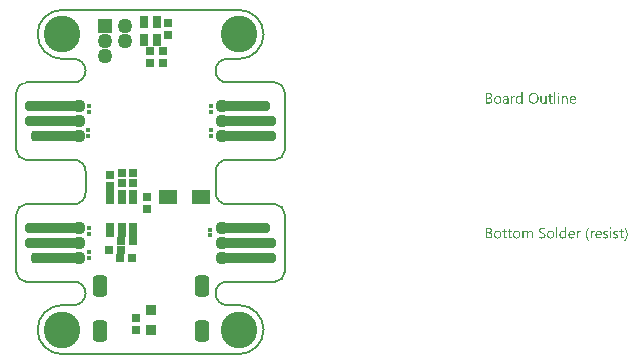
<source format=gbs>
G04*
G04 #@! TF.GenerationSoftware,Altium Limited,Altium Designer,21.3.1 (25)*
G04*
G04 Layer_Color=16711935*
%FSAX25Y25*%
%MOIN*%
G70*
G04*
G04 #@! TF.SameCoordinates,F5ED4B0F-9D4D-4CB6-A318-13B1BB274F9C*
G04*
G04*
G04 #@! TF.FilePolarity,Negative*
G04*
G01*
G75*
%ADD11C,0.00787*%
%ADD33R,0.02559X0.02756*%
%ADD34R,0.03740X0.03740*%
%ADD46R,0.02756X0.02559*%
%ADD47C,0.04961*%
%ADD48R,0.04961X0.04961*%
G04:AMPARAMS|DCode=49|XSize=49.21mil|YSize=72.84mil|CornerRadius=13.78mil|HoleSize=0mil|Usage=FLASHONLY|Rotation=0.000|XOffset=0mil|YOffset=0mil|HoleType=Round|Shape=RoundedRectangle|*
%AMROUNDEDRECTD49*
21,1,0.04921,0.04528,0,0,0.0*
21,1,0.02165,0.07284,0,0,0.0*
1,1,0.02756,0.01083,-0.02264*
1,1,0.02756,-0.01083,-0.02264*
1,1,0.02756,-0.01083,0.02264*
1,1,0.02756,0.01083,0.02264*
%
%ADD49ROUNDEDRECTD49*%
%ADD50C,0.00591*%
%ADD52C,0.12205*%
%ADD61C,0.04370*%
G04:AMPARAMS|DCode=70|XSize=35.43mil|YSize=188.98mil|CornerRadius=13.82mil|HoleSize=0mil|Usage=FLASHONLY|Rotation=90.000|XOffset=0mil|YOffset=0mil|HoleType=Round|Shape=RoundedRectangle|*
%AMROUNDEDRECTD70*
21,1,0.03543,0.16134,0,0,90.0*
21,1,0.00780,0.18898,0,0,90.0*
1,1,0.02764,0.08067,0.00390*
1,1,0.02764,0.08067,-0.00390*
1,1,0.02764,-0.08067,-0.00390*
1,1,0.02764,-0.08067,0.00390*
%
%ADD70ROUNDEDRECTD70*%
G04:AMPARAMS|DCode=71|XSize=35.43mil|YSize=169.29mil|CornerRadius=13.82mil|HoleSize=0mil|Usage=FLASHONLY|Rotation=90.000|XOffset=0mil|YOffset=0mil|HoleType=Round|Shape=RoundedRectangle|*
%AMROUNDEDRECTD71*
21,1,0.03543,0.14165,0,0,90.0*
21,1,0.00780,0.16929,0,0,90.0*
1,1,0.02764,0.07083,0.00390*
1,1,0.02764,0.07083,-0.00390*
1,1,0.02764,-0.07083,-0.00390*
1,1,0.02764,-0.07083,0.00390*
%
%ADD71ROUNDEDRECTD71*%
%ADD72R,0.05906X0.04921*%
%ADD73R,0.02953X0.04528*%
%ADD74R,0.02756X0.03937*%
%ADD75R,0.01575X0.01181*%
G36*
X0136020Y0087185D02*
X0136045D01*
X0136101Y0087160D01*
X0136132Y0087141D01*
X0136162Y0087117D01*
X0136169Y0087111D01*
X0136175Y0087104D01*
X0136206Y0087067D01*
X0136231Y0087005D01*
X0136237Y0086968D01*
X0136243Y0086931D01*
Y0086925D01*
Y0086912D01*
X0136237Y0086894D01*
X0136231Y0086869D01*
X0136212Y0086807D01*
X0136187Y0086776D01*
X0136162Y0086745D01*
X0136156D01*
X0136150Y0086733D01*
X0136113Y0086708D01*
X0136057Y0086683D01*
X0136020Y0086677D01*
X0135983Y0086671D01*
X0135964D01*
X0135946Y0086677D01*
X0135921D01*
X0135859Y0086702D01*
X0135828Y0086714D01*
X0135797Y0086739D01*
Y0086745D01*
X0135785Y0086752D01*
X0135773Y0086770D01*
X0135760Y0086789D01*
X0135735Y0086851D01*
X0135729Y0086888D01*
X0135723Y0086931D01*
Y0086937D01*
Y0086949D01*
X0135729Y0086968D01*
X0135735Y0086999D01*
X0135754Y0087055D01*
X0135773Y0087086D01*
X0135797Y0087117D01*
X0135803Y0087123D01*
X0135810Y0087129D01*
X0135847Y0087154D01*
X0135909Y0087179D01*
X0135946Y0087191D01*
X0136002D01*
X0136020Y0087185D01*
D02*
G37*
G36*
X0124030Y0083520D02*
X0123628D01*
Y0083941D01*
X0123615D01*
Y0083935D01*
X0123603Y0083923D01*
X0123584Y0083898D01*
X0123566Y0083867D01*
X0123535Y0083830D01*
X0123498Y0083793D01*
X0123454Y0083749D01*
X0123405Y0083706D01*
X0123349Y0083657D01*
X0123281Y0083613D01*
X0123213Y0083576D01*
X0123133Y0083539D01*
X0123052Y0083508D01*
X0122959Y0083483D01*
X0122860Y0083471D01*
X0122755Y0083465D01*
X0122712D01*
X0122675Y0083471D01*
X0122637Y0083477D01*
X0122588Y0083483D01*
X0122483Y0083508D01*
X0122359Y0083545D01*
X0122235Y0083607D01*
X0122167Y0083644D01*
X0122111Y0083687D01*
X0122049Y0083743D01*
X0121994Y0083799D01*
Y0083805D01*
X0121981Y0083817D01*
X0121969Y0083836D01*
X0121950Y0083861D01*
X0121932Y0083892D01*
X0121907Y0083935D01*
X0121882Y0083985D01*
X0121857Y0084040D01*
X0121826Y0084102D01*
X0121802Y0084170D01*
X0121777Y0084245D01*
X0121758Y0084325D01*
X0121740Y0084412D01*
X0121727Y0084511D01*
X0121721Y0084610D01*
X0121715Y0084715D01*
Y0084721D01*
Y0084740D01*
Y0084777D01*
X0121721Y0084820D01*
X0121727Y0084870D01*
X0121734Y0084932D01*
X0121740Y0085000D01*
X0121752Y0085074D01*
X0121789Y0085235D01*
X0121845Y0085402D01*
X0121882Y0085483D01*
X0121925Y0085563D01*
X0121969Y0085637D01*
X0122025Y0085711D01*
X0122031Y0085718D01*
X0122037Y0085730D01*
X0122055Y0085749D01*
X0122080Y0085773D01*
X0122111Y0085798D01*
X0122154Y0085829D01*
X0122198Y0085866D01*
X0122247Y0085903D01*
X0122371Y0085971D01*
X0122513Y0086033D01*
X0122594Y0086052D01*
X0122681Y0086071D01*
X0122767Y0086083D01*
X0122866Y0086089D01*
X0122916D01*
X0122953Y0086083D01*
X0122990Y0086077D01*
X0123040Y0086071D01*
X0123151Y0086040D01*
X0123275Y0085990D01*
X0123337Y0085959D01*
X0123399Y0085916D01*
X0123461Y0085873D01*
X0123516Y0085817D01*
X0123566Y0085755D01*
X0123615Y0085681D01*
X0123628D01*
Y0087240D01*
X0124030D01*
Y0083520D01*
D02*
G37*
G36*
X0138298Y0086083D02*
X0138372Y0086077D01*
X0138465Y0086058D01*
X0138564Y0086027D01*
X0138669Y0085978D01*
X0138775Y0085910D01*
X0138818Y0085873D01*
X0138861Y0085823D01*
X0138874Y0085811D01*
X0138899Y0085773D01*
X0138929Y0085711D01*
X0138973Y0085625D01*
X0139010Y0085520D01*
X0139047Y0085390D01*
X0139072Y0085235D01*
X0139078Y0085055D01*
Y0083520D01*
X0138676D01*
Y0084950D01*
Y0084956D01*
Y0084987D01*
X0138669Y0085024D01*
Y0085074D01*
X0138657Y0085136D01*
X0138645Y0085204D01*
X0138626Y0085278D01*
X0138601Y0085352D01*
X0138570Y0085427D01*
X0138533Y0085495D01*
X0138484Y0085563D01*
X0138428Y0085625D01*
X0138366Y0085674D01*
X0138286Y0085711D01*
X0138199Y0085742D01*
X0138094Y0085749D01*
X0138081D01*
X0138044Y0085742D01*
X0137988Y0085736D01*
X0137920Y0085718D01*
X0137840Y0085693D01*
X0137753Y0085650D01*
X0137673Y0085594D01*
X0137592Y0085520D01*
X0137586Y0085507D01*
X0137561Y0085483D01*
X0137531Y0085433D01*
X0137493Y0085365D01*
X0137456Y0085284D01*
X0137425Y0085185D01*
X0137400Y0085074D01*
X0137394Y0084950D01*
Y0083520D01*
X0136992D01*
Y0086033D01*
X0137394D01*
Y0085612D01*
X0137407D01*
X0137413Y0085619D01*
X0137419Y0085631D01*
X0137438Y0085656D01*
X0137462Y0085687D01*
X0137487Y0085724D01*
X0137524Y0085761D01*
X0137568Y0085804D01*
X0137617Y0085854D01*
X0137673Y0085897D01*
X0137735Y0085941D01*
X0137803Y0085978D01*
X0137877Y0086015D01*
X0137951Y0086046D01*
X0138038Y0086071D01*
X0138131Y0086083D01*
X0138230Y0086089D01*
X0138267D01*
X0138298Y0086083D01*
D02*
G37*
G36*
X0121300Y0086071D02*
X0121375Y0086064D01*
X0121418Y0086052D01*
X0121449Y0086040D01*
Y0085625D01*
X0121443Y0085631D01*
X0121430Y0085637D01*
X0121405Y0085650D01*
X0121375Y0085668D01*
X0121331Y0085681D01*
X0121275Y0085693D01*
X0121214Y0085699D01*
X0121145Y0085705D01*
X0121133D01*
X0121102Y0085699D01*
X0121053Y0085693D01*
X0120997Y0085674D01*
X0120923Y0085644D01*
X0120855Y0085600D01*
X0120780Y0085538D01*
X0120712Y0085458D01*
X0120706Y0085445D01*
X0120687Y0085414D01*
X0120657Y0085359D01*
X0120626Y0085284D01*
X0120595Y0085192D01*
X0120564Y0085074D01*
X0120545Y0084944D01*
X0120539Y0084795D01*
Y0083520D01*
X0120137D01*
Y0086033D01*
X0120539D01*
Y0085514D01*
X0120551D01*
Y0085520D01*
X0120557Y0085526D01*
X0120570Y0085557D01*
X0120588Y0085606D01*
X0120619Y0085668D01*
X0120650Y0085730D01*
X0120700Y0085798D01*
X0120749Y0085866D01*
X0120811Y0085928D01*
X0120817Y0085934D01*
X0120842Y0085953D01*
X0120879Y0085978D01*
X0120929Y0086002D01*
X0120985Y0086027D01*
X0121053Y0086052D01*
X0121127Y0086071D01*
X0121207Y0086077D01*
X0121263D01*
X0121300Y0086071D01*
D02*
G37*
G36*
X0132040Y0083520D02*
X0131638D01*
Y0083916D01*
X0131625D01*
Y0083910D01*
X0131613Y0083898D01*
X0131600Y0083873D01*
X0131576Y0083848D01*
X0131520Y0083774D01*
X0131433Y0083694D01*
X0131384Y0083650D01*
X0131328Y0083607D01*
X0131266Y0083570D01*
X0131192Y0083533D01*
X0131118Y0083508D01*
X0131037Y0083483D01*
X0130944Y0083471D01*
X0130851Y0083465D01*
X0130814D01*
X0130771Y0083471D01*
X0130709Y0083483D01*
X0130641Y0083495D01*
X0130567Y0083520D01*
X0130486Y0083551D01*
X0130406Y0083601D01*
X0130319Y0083657D01*
X0130239Y0083725D01*
X0130164Y0083811D01*
X0130096Y0083916D01*
X0130034Y0084034D01*
X0129991Y0084176D01*
X0129966Y0084344D01*
X0129954Y0084430D01*
Y0084529D01*
Y0086033D01*
X0130350D01*
Y0084591D01*
Y0084585D01*
Y0084560D01*
X0130356Y0084517D01*
X0130362Y0084467D01*
X0130369Y0084405D01*
X0130381Y0084344D01*
X0130400Y0084269D01*
X0130424Y0084195D01*
X0130462Y0084121D01*
X0130499Y0084053D01*
X0130548Y0083985D01*
X0130610Y0083923D01*
X0130678Y0083873D01*
X0130759Y0083836D01*
X0130858Y0083805D01*
X0130963Y0083799D01*
X0130975D01*
X0131012Y0083805D01*
X0131068Y0083811D01*
X0131130Y0083824D01*
X0131210Y0083855D01*
X0131291Y0083892D01*
X0131371Y0083941D01*
X0131446Y0084016D01*
X0131452Y0084028D01*
X0131477Y0084053D01*
X0131508Y0084102D01*
X0131545Y0084170D01*
X0131576Y0084251D01*
X0131607Y0084350D01*
X0131631Y0084461D01*
X0131638Y0084585D01*
Y0086033D01*
X0132040D01*
Y0083520D01*
D02*
G37*
G36*
X0136175D02*
X0135773D01*
Y0086033D01*
X0136175D01*
Y0083520D01*
D02*
G37*
G36*
X0134955D02*
X0134553D01*
Y0087240D01*
X0134955D01*
Y0083520D01*
D02*
G37*
G36*
X0118577Y0086083D02*
X0118632Y0086077D01*
X0118701Y0086058D01*
X0118775Y0086040D01*
X0118855Y0086009D01*
X0118942Y0085971D01*
X0119022Y0085922D01*
X0119103Y0085860D01*
X0119177Y0085786D01*
X0119245Y0085693D01*
X0119301Y0085588D01*
X0119344Y0085464D01*
X0119369Y0085322D01*
X0119381Y0085154D01*
Y0083520D01*
X0118979D01*
Y0083910D01*
X0118967D01*
Y0083904D01*
X0118954Y0083892D01*
X0118942Y0083867D01*
X0118917Y0083842D01*
X0118855Y0083768D01*
X0118775Y0083687D01*
X0118663Y0083607D01*
X0118533Y0083533D01*
X0118453Y0083508D01*
X0118372Y0083483D01*
X0118286Y0083471D01*
X0118193Y0083465D01*
X0118156D01*
X0118131Y0083471D01*
X0118063Y0083477D01*
X0117982Y0083489D01*
X0117883Y0083514D01*
X0117791Y0083545D01*
X0117692Y0083595D01*
X0117605Y0083657D01*
X0117599Y0083669D01*
X0117574Y0083694D01*
X0117537Y0083737D01*
X0117500Y0083799D01*
X0117463Y0083873D01*
X0117425Y0083960D01*
X0117401Y0084065D01*
X0117394Y0084183D01*
Y0084189D01*
Y0084214D01*
X0117401Y0084251D01*
X0117407Y0084294D01*
X0117419Y0084350D01*
X0117438Y0084412D01*
X0117463Y0084480D01*
X0117500Y0084548D01*
X0117543Y0084622D01*
X0117599Y0084696D01*
X0117667Y0084764D01*
X0117747Y0084826D01*
X0117840Y0084888D01*
X0117952Y0084938D01*
X0118075Y0084975D01*
X0118224Y0085006D01*
X0118979Y0085111D01*
Y0085117D01*
Y0085136D01*
X0118973Y0085173D01*
Y0085210D01*
X0118960Y0085260D01*
X0118954Y0085315D01*
X0118917Y0085433D01*
X0118886Y0085489D01*
X0118855Y0085544D01*
X0118812Y0085600D01*
X0118762Y0085650D01*
X0118701Y0085693D01*
X0118632Y0085724D01*
X0118552Y0085742D01*
X0118459Y0085749D01*
X0118416D01*
X0118385Y0085742D01*
X0118342D01*
X0118298Y0085730D01*
X0118187Y0085711D01*
X0118063Y0085674D01*
X0117927Y0085619D01*
X0117852Y0085582D01*
X0117784Y0085544D01*
X0117710Y0085495D01*
X0117642Y0085439D01*
Y0085854D01*
X0117648D01*
X0117661Y0085866D01*
X0117679Y0085879D01*
X0117710Y0085891D01*
X0117741Y0085910D01*
X0117784Y0085928D01*
X0117834Y0085947D01*
X0117890Y0085971D01*
X0118013Y0086015D01*
X0118162Y0086052D01*
X0118323Y0086077D01*
X0118496Y0086089D01*
X0118533D01*
X0118577Y0086083D01*
D02*
G37*
G36*
X0112888Y0087030D02*
X0112931D01*
X0112975Y0087024D01*
X0113074Y0087011D01*
X0113191Y0086980D01*
X0113315Y0086943D01*
X0113433Y0086888D01*
X0113538Y0086813D01*
X0113544D01*
X0113550Y0086801D01*
X0113581Y0086776D01*
X0113625Y0086727D01*
X0113674Y0086659D01*
X0113717Y0086572D01*
X0113761Y0086473D01*
X0113792Y0086361D01*
X0113804Y0086300D01*
Y0086231D01*
Y0086225D01*
Y0086219D01*
Y0086182D01*
X0113798Y0086126D01*
X0113786Y0086058D01*
X0113767Y0085971D01*
X0113736Y0085885D01*
X0113699Y0085798D01*
X0113643Y0085711D01*
X0113637Y0085699D01*
X0113612Y0085674D01*
X0113575Y0085637D01*
X0113526Y0085588D01*
X0113464Y0085538D01*
X0113390Y0085483D01*
X0113297Y0085439D01*
X0113198Y0085396D01*
Y0085390D01*
X0113216D01*
X0113235Y0085383D01*
X0113253Y0085377D01*
X0113321Y0085365D01*
X0113402Y0085340D01*
X0113488Y0085303D01*
X0113581Y0085260D01*
X0113674Y0085198D01*
X0113761Y0085117D01*
X0113773Y0085105D01*
X0113798Y0085074D01*
X0113829Y0085031D01*
X0113872Y0084963D01*
X0113909Y0084876D01*
X0113947Y0084777D01*
X0113971Y0084659D01*
X0113978Y0084529D01*
Y0084523D01*
Y0084511D01*
Y0084486D01*
X0113971Y0084455D01*
X0113965Y0084418D01*
X0113959Y0084374D01*
X0113934Y0084269D01*
X0113897Y0084152D01*
X0113841Y0084028D01*
X0113804Y0083972D01*
X0113761Y0083910D01*
X0113705Y0083855D01*
X0113649Y0083799D01*
X0113643D01*
X0113637Y0083786D01*
X0113619Y0083774D01*
X0113594Y0083755D01*
X0113563Y0083737D01*
X0113520Y0083712D01*
X0113427Y0083663D01*
X0113309Y0083607D01*
X0113173Y0083564D01*
X0113012Y0083533D01*
X0112931Y0083526D01*
X0112839Y0083520D01*
X0111811D01*
Y0087036D01*
X0112857D01*
X0112888Y0087030D01*
D02*
G37*
G36*
X0133383Y0086033D02*
X0134021D01*
Y0085687D01*
X0133383D01*
Y0084269D01*
Y0084257D01*
Y0084226D01*
X0133389Y0084183D01*
X0133396Y0084127D01*
X0133420Y0084009D01*
X0133439Y0083954D01*
X0133470Y0083910D01*
X0133476Y0083904D01*
X0133488Y0083892D01*
X0133507Y0083879D01*
X0133538Y0083861D01*
X0133575Y0083836D01*
X0133625Y0083824D01*
X0133686Y0083811D01*
X0133755Y0083805D01*
X0133779D01*
X0133810Y0083811D01*
X0133847Y0083817D01*
X0133934Y0083842D01*
X0133977Y0083861D01*
X0134021Y0083886D01*
Y0083539D01*
X0134015D01*
X0133996Y0083526D01*
X0133965Y0083520D01*
X0133922Y0083508D01*
X0133866Y0083495D01*
X0133804Y0083483D01*
X0133730Y0083477D01*
X0133643Y0083471D01*
X0133612D01*
X0133581Y0083477D01*
X0133538Y0083483D01*
X0133488Y0083495D01*
X0133433Y0083508D01*
X0133377Y0083533D01*
X0133315Y0083564D01*
X0133253Y0083601D01*
X0133191Y0083650D01*
X0133136Y0083706D01*
X0133086Y0083780D01*
X0133043Y0083861D01*
X0133012Y0083960D01*
X0132987Y0084071D01*
X0132981Y0084201D01*
Y0085687D01*
X0132554D01*
Y0086033D01*
X0132981D01*
Y0086646D01*
X0133383Y0086776D01*
Y0086033D01*
D02*
G37*
G36*
X0140910Y0086083D02*
X0140954Y0086077D01*
X0140997Y0086071D01*
X0141108Y0086052D01*
X0141232Y0086009D01*
X0141356Y0085953D01*
X0141418Y0085916D01*
X0141480Y0085873D01*
X0141535Y0085823D01*
X0141591Y0085767D01*
X0141597Y0085761D01*
X0141604Y0085755D01*
X0141616Y0085736D01*
X0141634Y0085711D01*
X0141653Y0085674D01*
X0141678Y0085637D01*
X0141702Y0085594D01*
X0141727Y0085538D01*
X0141752Y0085476D01*
X0141777Y0085414D01*
X0141802Y0085340D01*
X0141820Y0085260D01*
X0141839Y0085173D01*
X0141851Y0085086D01*
X0141864Y0084987D01*
Y0084882D01*
Y0084672D01*
X0140087D01*
Y0084665D01*
Y0084653D01*
Y0084635D01*
X0140093Y0084604D01*
X0140099Y0084566D01*
Y0084529D01*
X0140118Y0084430D01*
X0140149Y0084331D01*
X0140186Y0084220D01*
X0140242Y0084114D01*
X0140310Y0084022D01*
X0140322Y0084009D01*
X0140347Y0083985D01*
X0140396Y0083954D01*
X0140464Y0083910D01*
X0140551Y0083867D01*
X0140650Y0083836D01*
X0140768Y0083811D01*
X0140904Y0083799D01*
X0140947D01*
X0140978Y0083805D01*
X0141015D01*
X0141059Y0083811D01*
X0141164Y0083836D01*
X0141282Y0083867D01*
X0141412Y0083916D01*
X0141548Y0083985D01*
X0141616Y0084028D01*
X0141684Y0084077D01*
Y0083700D01*
X0141678D01*
X0141672Y0083687D01*
X0141653Y0083681D01*
X0141622Y0083663D01*
X0141591Y0083644D01*
X0141554Y0083626D01*
X0141504Y0083607D01*
X0141455Y0083582D01*
X0141393Y0083557D01*
X0141325Y0083539D01*
X0141176Y0083502D01*
X0141003Y0083477D01*
X0140811Y0083465D01*
X0140762D01*
X0140725Y0083471D01*
X0140681Y0083477D01*
X0140626Y0083483D01*
X0140508Y0083508D01*
X0140372Y0083545D01*
X0140235Y0083607D01*
X0140167Y0083650D01*
X0140099Y0083694D01*
X0140037Y0083743D01*
X0139976Y0083805D01*
X0139969Y0083811D01*
X0139963Y0083824D01*
X0139951Y0083842D01*
X0139926Y0083867D01*
X0139907Y0083904D01*
X0139883Y0083947D01*
X0139852Y0083997D01*
X0139827Y0084053D01*
X0139796Y0084114D01*
X0139771Y0084189D01*
X0139740Y0084269D01*
X0139722Y0084356D01*
X0139703Y0084449D01*
X0139685Y0084548D01*
X0139678Y0084653D01*
X0139672Y0084764D01*
Y0084771D01*
Y0084789D01*
Y0084820D01*
X0139678Y0084864D01*
X0139685Y0084913D01*
X0139691Y0084969D01*
X0139697Y0085037D01*
X0139716Y0085105D01*
X0139753Y0085254D01*
X0139808Y0085414D01*
X0139846Y0085495D01*
X0139895Y0085569D01*
X0139945Y0085650D01*
X0140000Y0085718D01*
X0140006Y0085724D01*
X0140019Y0085736D01*
X0140037Y0085755D01*
X0140062Y0085773D01*
X0140093Y0085804D01*
X0140130Y0085835D01*
X0140180Y0085866D01*
X0140229Y0085903D01*
X0140347Y0085971D01*
X0140489Y0086033D01*
X0140570Y0086052D01*
X0140650Y0086071D01*
X0140737Y0086083D01*
X0140830Y0086089D01*
X0140879D01*
X0140910Y0086083D01*
D02*
G37*
G36*
X0127868Y0087092D02*
X0127930Y0087086D01*
X0128004Y0087073D01*
X0128085Y0087055D01*
X0128171Y0087036D01*
X0128258Y0087011D01*
X0128357Y0086980D01*
X0128450Y0086937D01*
X0128549Y0086888D01*
X0128648Y0086832D01*
X0128741Y0086764D01*
X0128833Y0086690D01*
X0128920Y0086603D01*
X0128926Y0086597D01*
X0128939Y0086578D01*
X0128963Y0086553D01*
X0128988Y0086516D01*
X0129025Y0086467D01*
X0129063Y0086405D01*
X0129100Y0086337D01*
X0129143Y0086263D01*
X0129186Y0086170D01*
X0129224Y0086077D01*
X0129261Y0085971D01*
X0129298Y0085854D01*
X0129323Y0085736D01*
X0129347Y0085606D01*
X0129360Y0085464D01*
X0129366Y0085322D01*
Y0085309D01*
Y0085284D01*
Y0085241D01*
X0129360Y0085179D01*
X0129353Y0085105D01*
X0129341Y0085024D01*
X0129329Y0084932D01*
X0129310Y0084826D01*
X0129285Y0084721D01*
X0129254Y0084610D01*
X0129217Y0084498D01*
X0129174Y0084387D01*
X0129118Y0084269D01*
X0129056Y0084164D01*
X0128988Y0084059D01*
X0128908Y0083960D01*
X0128902Y0083954D01*
X0128889Y0083941D01*
X0128858Y0083916D01*
X0128827Y0083886D01*
X0128778Y0083842D01*
X0128722Y0083805D01*
X0128660Y0083755D01*
X0128586Y0083712D01*
X0128505Y0083669D01*
X0128413Y0083619D01*
X0128314Y0083582D01*
X0128202Y0083545D01*
X0128085Y0083508D01*
X0127961Y0083483D01*
X0127831Y0083471D01*
X0127688Y0083465D01*
X0127657D01*
X0127614Y0083471D01*
X0127565D01*
X0127503Y0083477D01*
X0127428Y0083489D01*
X0127348Y0083508D01*
X0127255Y0083526D01*
X0127162Y0083551D01*
X0127063Y0083582D01*
X0126964Y0083626D01*
X0126865Y0083669D01*
X0126766Y0083725D01*
X0126667Y0083793D01*
X0126574Y0083867D01*
X0126488Y0083954D01*
X0126481Y0083960D01*
X0126469Y0083978D01*
X0126444Y0084003D01*
X0126419Y0084040D01*
X0126382Y0084090D01*
X0126345Y0084152D01*
X0126308Y0084220D01*
X0126265Y0084300D01*
X0126221Y0084387D01*
X0126184Y0084480D01*
X0126147Y0084585D01*
X0126110Y0084703D01*
X0126085Y0084820D01*
X0126060Y0084950D01*
X0126048Y0085093D01*
X0126042Y0085235D01*
Y0085247D01*
Y0085272D01*
X0126048Y0085315D01*
Y0085377D01*
X0126054Y0085445D01*
X0126067Y0085532D01*
X0126079Y0085625D01*
X0126098Y0085724D01*
X0126122Y0085829D01*
X0126153Y0085941D01*
X0126190Y0086052D01*
X0126234Y0086163D01*
X0126289Y0086275D01*
X0126351Y0086386D01*
X0126419Y0086492D01*
X0126500Y0086590D01*
X0126506Y0086597D01*
X0126518Y0086615D01*
X0126549Y0086640D01*
X0126587Y0086671D01*
X0126630Y0086708D01*
X0126686Y0086752D01*
X0126754Y0086795D01*
X0126828Y0086844D01*
X0126915Y0086894D01*
X0127007Y0086937D01*
X0127106Y0086980D01*
X0127218Y0087018D01*
X0127342Y0087049D01*
X0127472Y0087080D01*
X0127608Y0087092D01*
X0127750Y0087098D01*
X0127818D01*
X0127868Y0087092D01*
D02*
G37*
G36*
X0115841Y0086083D02*
X0115884Y0086077D01*
X0115940Y0086071D01*
X0116064Y0086046D01*
X0116206Y0086002D01*
X0116348Y0085941D01*
X0116423Y0085903D01*
X0116491Y0085860D01*
X0116559Y0085804D01*
X0116621Y0085742D01*
X0116627Y0085736D01*
X0116633Y0085724D01*
X0116652Y0085705D01*
X0116670Y0085681D01*
X0116695Y0085644D01*
X0116720Y0085600D01*
X0116751Y0085551D01*
X0116782Y0085495D01*
X0116806Y0085427D01*
X0116837Y0085359D01*
X0116862Y0085278D01*
X0116887Y0085192D01*
X0116905Y0085099D01*
X0116924Y0085000D01*
X0116930Y0084895D01*
X0116936Y0084783D01*
Y0084777D01*
Y0084758D01*
Y0084727D01*
X0116930Y0084684D01*
X0116924Y0084635D01*
X0116918Y0084573D01*
X0116905Y0084511D01*
X0116893Y0084436D01*
X0116856Y0084288D01*
X0116794Y0084127D01*
X0116757Y0084046D01*
X0116707Y0083966D01*
X0116658Y0083892D01*
X0116596Y0083824D01*
X0116590Y0083817D01*
X0116577Y0083811D01*
X0116559Y0083793D01*
X0116534Y0083768D01*
X0116497Y0083743D01*
X0116460Y0083712D01*
X0116410Y0083675D01*
X0116355Y0083644D01*
X0116293Y0083613D01*
X0116225Y0083576D01*
X0116150Y0083545D01*
X0116070Y0083520D01*
X0115983Y0083495D01*
X0115890Y0083483D01*
X0115791Y0083471D01*
X0115686Y0083465D01*
X0115630D01*
X0115593Y0083471D01*
X0115550Y0083477D01*
X0115494Y0083483D01*
X0115432Y0083495D01*
X0115364Y0083508D01*
X0115222Y0083551D01*
X0115073Y0083613D01*
X0114999Y0083650D01*
X0114931Y0083700D01*
X0114863Y0083749D01*
X0114795Y0083811D01*
X0114788Y0083817D01*
X0114782Y0083830D01*
X0114764Y0083848D01*
X0114745Y0083873D01*
X0114720Y0083910D01*
X0114689Y0083954D01*
X0114658Y0084003D01*
X0114634Y0084059D01*
X0114603Y0084127D01*
X0114572Y0084195D01*
X0114541Y0084269D01*
X0114516Y0084356D01*
X0114479Y0084542D01*
X0114473Y0084641D01*
X0114467Y0084746D01*
Y0084752D01*
Y0084777D01*
Y0084808D01*
X0114473Y0084851D01*
X0114479Y0084901D01*
X0114485Y0084963D01*
X0114497Y0085031D01*
X0114510Y0085105D01*
X0114547Y0085266D01*
X0114609Y0085427D01*
X0114652Y0085507D01*
X0114696Y0085588D01*
X0114745Y0085662D01*
X0114807Y0085730D01*
X0114813Y0085736D01*
X0114825Y0085749D01*
X0114844Y0085761D01*
X0114869Y0085786D01*
X0114906Y0085811D01*
X0114949Y0085842D01*
X0114999Y0085879D01*
X0115055Y0085910D01*
X0115117Y0085941D01*
X0115191Y0085978D01*
X0115265Y0086009D01*
X0115352Y0086033D01*
X0115438Y0086058D01*
X0115537Y0086077D01*
X0115643Y0086083D01*
X0115748Y0086089D01*
X0115804D01*
X0115841Y0086083D01*
D02*
G37*
G36*
X0153451Y0042258D02*
X0153476D01*
X0153532Y0042233D01*
X0153563Y0042215D01*
X0153594Y0042190D01*
X0153600Y0042184D01*
X0153606Y0042178D01*
X0153637Y0042141D01*
X0153662Y0042079D01*
X0153668Y0042042D01*
X0153674Y0042004D01*
Y0041998D01*
Y0041986D01*
X0153668Y0041967D01*
X0153662Y0041943D01*
X0153643Y0041881D01*
X0153618Y0041850D01*
X0153594Y0041819D01*
X0153587D01*
X0153581Y0041806D01*
X0153544Y0041782D01*
X0153488Y0041757D01*
X0153451Y0041751D01*
X0153414Y0041745D01*
X0153395D01*
X0153377Y0041751D01*
X0153352D01*
X0153290Y0041776D01*
X0153259Y0041788D01*
X0153228Y0041813D01*
Y0041819D01*
X0153216Y0041825D01*
X0153203Y0041844D01*
X0153191Y0041862D01*
X0153166Y0041924D01*
X0153160Y0041961D01*
X0153154Y0042004D01*
Y0042011D01*
Y0042023D01*
X0153160Y0042042D01*
X0153166Y0042073D01*
X0153185Y0042128D01*
X0153203Y0042159D01*
X0153228Y0042190D01*
X0153235Y0042196D01*
X0153241Y0042203D01*
X0153278Y0042227D01*
X0153340Y0042252D01*
X0153377Y0042265D01*
X0153433D01*
X0153451Y0042258D01*
D02*
G37*
G36*
X0130882Y0042165D02*
X0130932D01*
X0131043Y0042153D01*
X0131167Y0042141D01*
X0131291Y0042116D01*
X0131409Y0042085D01*
X0131458Y0042066D01*
X0131508Y0042042D01*
Y0041577D01*
X0131501D01*
X0131495Y0041590D01*
X0131477Y0041596D01*
X0131452Y0041614D01*
X0131421Y0041627D01*
X0131384Y0041646D01*
X0131291Y0041689D01*
X0131179Y0041726D01*
X0131043Y0041763D01*
X0130882Y0041788D01*
X0130709Y0041794D01*
X0130660D01*
X0130622Y0041788D01*
X0130585D01*
X0130536Y0041782D01*
X0130437Y0041763D01*
X0130430D01*
X0130412Y0041757D01*
X0130387Y0041751D01*
X0130356Y0041745D01*
X0130282Y0041714D01*
X0130195Y0041676D01*
X0130189D01*
X0130177Y0041664D01*
X0130158Y0041652D01*
X0130133Y0041633D01*
X0130078Y0041577D01*
X0130022Y0041509D01*
Y0041503D01*
X0130010Y0041491D01*
X0130003Y0041472D01*
X0129991Y0041441D01*
X0129979Y0041404D01*
X0129973Y0041367D01*
X0129960Y0041268D01*
Y0041262D01*
Y0041243D01*
Y0041218D01*
X0129966Y0041187D01*
X0129979Y0041113D01*
X0130010Y0041033D01*
Y0041026D01*
X0130022Y0041014D01*
X0130028Y0040995D01*
X0130047Y0040971D01*
X0130096Y0040915D01*
X0130158Y0040853D01*
X0130164Y0040847D01*
X0130177Y0040841D01*
X0130195Y0040822D01*
X0130226Y0040804D01*
X0130263Y0040779D01*
X0130300Y0040754D01*
X0130400Y0040692D01*
X0130406Y0040686D01*
X0130424Y0040680D01*
X0130455Y0040661D01*
X0130492Y0040643D01*
X0130542Y0040618D01*
X0130598Y0040593D01*
X0130721Y0040531D01*
X0130728Y0040525D01*
X0130752Y0040513D01*
X0130790Y0040494D01*
X0130839Y0040469D01*
X0130895Y0040445D01*
X0130957Y0040407D01*
X0131080Y0040333D01*
X0131087Y0040327D01*
X0131111Y0040315D01*
X0131142Y0040296D01*
X0131186Y0040265D01*
X0131279Y0040191D01*
X0131378Y0040104D01*
X0131384Y0040098D01*
X0131402Y0040086D01*
X0131421Y0040055D01*
X0131452Y0040024D01*
X0131483Y0039980D01*
X0131520Y0039937D01*
X0131582Y0039826D01*
X0131588Y0039819D01*
X0131594Y0039801D01*
X0131607Y0039770D01*
X0131619Y0039727D01*
X0131631Y0039677D01*
X0131644Y0039615D01*
X0131656Y0039553D01*
Y0039479D01*
Y0039467D01*
Y0039436D01*
X0131650Y0039386D01*
X0131644Y0039324D01*
X0131631Y0039256D01*
X0131613Y0039182D01*
X0131588Y0039108D01*
X0131551Y0039039D01*
X0131545Y0039033D01*
X0131532Y0039009D01*
X0131508Y0038978D01*
X0131483Y0038934D01*
X0131439Y0038891D01*
X0131396Y0038841D01*
X0131341Y0038792D01*
X0131279Y0038742D01*
X0131272Y0038736D01*
X0131248Y0038724D01*
X0131210Y0038705D01*
X0131161Y0038680D01*
X0131105Y0038656D01*
X0131037Y0038631D01*
X0130957Y0038606D01*
X0130876Y0038588D01*
X0130864D01*
X0130839Y0038581D01*
X0130796Y0038575D01*
X0130734Y0038563D01*
X0130666Y0038557D01*
X0130585Y0038544D01*
X0130499Y0038538D01*
X0130350D01*
X0130282Y0038544D01*
X0130195Y0038550D01*
X0130177D01*
X0130152Y0038557D01*
X0130121Y0038563D01*
X0130041Y0038569D01*
X0129948Y0038588D01*
X0129941D01*
X0129923Y0038594D01*
X0129898Y0038600D01*
X0129867Y0038606D01*
X0129793Y0038625D01*
X0129706Y0038649D01*
X0129700D01*
X0129688Y0038656D01*
X0129669Y0038662D01*
X0129644Y0038674D01*
X0129583Y0038699D01*
X0129521Y0038736D01*
Y0039219D01*
X0129527Y0039213D01*
X0129539Y0039207D01*
X0129552Y0039194D01*
X0129576Y0039176D01*
X0129644Y0039132D01*
X0129725Y0039083D01*
X0129731D01*
X0129744Y0039077D01*
X0129768Y0039064D01*
X0129799Y0039052D01*
X0129880Y0039015D01*
X0129966Y0038984D01*
X0129973D01*
X0129991Y0038978D01*
X0130016Y0038971D01*
X0130047Y0038965D01*
X0130133Y0038940D01*
X0130226Y0038922D01*
X0130251D01*
X0130276Y0038916D01*
X0130307D01*
X0130381Y0038910D01*
X0130468Y0038903D01*
X0130530D01*
X0130598Y0038910D01*
X0130684Y0038922D01*
X0130777Y0038934D01*
X0130870Y0038959D01*
X0130957Y0038996D01*
X0131037Y0039039D01*
X0131043Y0039046D01*
X0131068Y0039064D01*
X0131099Y0039101D01*
X0131130Y0039145D01*
X0131167Y0039200D01*
X0131192Y0039275D01*
X0131217Y0039355D01*
X0131223Y0039448D01*
Y0039454D01*
Y0039473D01*
Y0039498D01*
X0131217Y0039535D01*
X0131198Y0039615D01*
X0131161Y0039696D01*
Y0039702D01*
X0131149Y0039714D01*
X0131136Y0039733D01*
X0131118Y0039757D01*
X0131062Y0039819D01*
X0130988Y0039887D01*
X0130981Y0039894D01*
X0130969Y0039906D01*
X0130944Y0039919D01*
X0130913Y0039943D01*
X0130876Y0039968D01*
X0130833Y0039999D01*
X0130728Y0040055D01*
X0130721Y0040061D01*
X0130703Y0040067D01*
X0130672Y0040086D01*
X0130629Y0040104D01*
X0130585Y0040135D01*
X0130530Y0040160D01*
X0130400Y0040228D01*
X0130393Y0040234D01*
X0130369Y0040246D01*
X0130332Y0040265D01*
X0130288Y0040284D01*
X0130239Y0040315D01*
X0130183Y0040346D01*
X0130059Y0040414D01*
X0130053Y0040420D01*
X0130034Y0040432D01*
X0130003Y0040451D01*
X0129966Y0040475D01*
X0129873Y0040544D01*
X0129781Y0040624D01*
X0129774Y0040630D01*
X0129762Y0040643D01*
X0129737Y0040667D01*
X0129712Y0040698D01*
X0129682Y0040742D01*
X0129651Y0040785D01*
X0129595Y0040884D01*
Y0040890D01*
X0129583Y0040909D01*
X0129576Y0040940D01*
X0129564Y0040983D01*
X0129552Y0041033D01*
X0129539Y0041094D01*
X0129533Y0041157D01*
X0129527Y0041231D01*
Y0041243D01*
Y0041274D01*
X0129533Y0041317D01*
X0129539Y0041373D01*
X0129552Y0041441D01*
X0129570Y0041509D01*
X0129595Y0041577D01*
X0129632Y0041646D01*
X0129638Y0041652D01*
X0129651Y0041676D01*
X0129675Y0041707D01*
X0129706Y0041751D01*
X0129744Y0041794D01*
X0129793Y0041844D01*
X0129849Y0041893D01*
X0129911Y0041936D01*
X0129917Y0041943D01*
X0129941Y0041955D01*
X0129979Y0041980D01*
X0130022Y0042004D01*
X0130084Y0042029D01*
X0130146Y0042060D01*
X0130220Y0042085D01*
X0130300Y0042110D01*
X0130313D01*
X0130338Y0042122D01*
X0130381Y0042128D01*
X0130443Y0042141D01*
X0130511Y0042153D01*
X0130585Y0042159D01*
X0130752Y0042172D01*
X0130839D01*
X0130882Y0042165D01*
D02*
G37*
G36*
X0138614Y0038594D02*
X0138211D01*
Y0039015D01*
X0138199D01*
Y0039009D01*
X0138187Y0038996D01*
X0138168Y0038971D01*
X0138149Y0038940D01*
X0138119Y0038903D01*
X0138081Y0038866D01*
X0138038Y0038823D01*
X0137988Y0038780D01*
X0137933Y0038730D01*
X0137865Y0038687D01*
X0137797Y0038649D01*
X0137716Y0038612D01*
X0137636Y0038581D01*
X0137543Y0038557D01*
X0137444Y0038544D01*
X0137339Y0038538D01*
X0137295D01*
X0137258Y0038544D01*
X0137221Y0038550D01*
X0137171Y0038557D01*
X0137066Y0038581D01*
X0136942Y0038618D01*
X0136819Y0038680D01*
X0136750Y0038718D01*
X0136695Y0038761D01*
X0136633Y0038817D01*
X0136577Y0038872D01*
Y0038879D01*
X0136565Y0038891D01*
X0136552Y0038910D01*
X0136534Y0038934D01*
X0136515Y0038965D01*
X0136491Y0039009D01*
X0136466Y0039058D01*
X0136441Y0039114D01*
X0136410Y0039176D01*
X0136385Y0039244D01*
X0136361Y0039318D01*
X0136342Y0039399D01*
X0136323Y0039485D01*
X0136311Y0039584D01*
X0136305Y0039683D01*
X0136299Y0039788D01*
Y0039795D01*
Y0039813D01*
Y0039850D01*
X0136305Y0039894D01*
X0136311Y0039943D01*
X0136317Y0040005D01*
X0136323Y0040073D01*
X0136336Y0040148D01*
X0136373Y0040308D01*
X0136429Y0040475D01*
X0136466Y0040556D01*
X0136509Y0040637D01*
X0136552Y0040711D01*
X0136608Y0040785D01*
X0136614Y0040791D01*
X0136620Y0040804D01*
X0136639Y0040822D01*
X0136664Y0040847D01*
X0136695Y0040872D01*
X0136738Y0040903D01*
X0136782Y0040940D01*
X0136831Y0040977D01*
X0136955Y0041045D01*
X0137097Y0041107D01*
X0137178Y0041126D01*
X0137264Y0041144D01*
X0137351Y0041157D01*
X0137450Y0041163D01*
X0137499D01*
X0137537Y0041157D01*
X0137574Y0041150D01*
X0137623Y0041144D01*
X0137735Y0041113D01*
X0137858Y0041064D01*
X0137920Y0041033D01*
X0137982Y0040989D01*
X0138044Y0040946D01*
X0138100Y0040890D01*
X0138149Y0040828D01*
X0138199Y0040754D01*
X0138211D01*
Y0042314D01*
X0138614D01*
Y0038594D01*
D02*
G37*
G36*
X0155358Y0041157D02*
X0155438Y0041150D01*
X0155525Y0041138D01*
X0155624Y0041113D01*
X0155723Y0041088D01*
X0155822Y0041051D01*
Y0040643D01*
X0155809Y0040649D01*
X0155772Y0040674D01*
X0155717Y0040698D01*
X0155642Y0040736D01*
X0155550Y0040767D01*
X0155438Y0040797D01*
X0155314Y0040816D01*
X0155184Y0040822D01*
X0155116D01*
X0155054Y0040810D01*
X0154980Y0040797D01*
X0154974D01*
X0154968Y0040791D01*
X0154931Y0040779D01*
X0154881Y0040754D01*
X0154825Y0040723D01*
X0154813Y0040717D01*
X0154788Y0040692D01*
X0154757Y0040655D01*
X0154726Y0040612D01*
X0154720Y0040599D01*
X0154708Y0040568D01*
X0154695Y0040525D01*
X0154689Y0040469D01*
Y0040463D01*
Y0040451D01*
Y0040432D01*
X0154695Y0040414D01*
X0154708Y0040358D01*
X0154726Y0040302D01*
X0154733Y0040290D01*
X0154751Y0040265D01*
X0154788Y0040228D01*
X0154832Y0040185D01*
X0154838D01*
X0154844Y0040178D01*
X0154881Y0040154D01*
X0154931Y0040123D01*
X0154999Y0040092D01*
X0155005D01*
X0155017Y0040086D01*
X0155036Y0040079D01*
X0155067Y0040067D01*
X0155135Y0040042D01*
X0155221Y0040005D01*
X0155228D01*
X0155252Y0039993D01*
X0155283Y0039980D01*
X0155321Y0039968D01*
X0155420Y0039925D01*
X0155519Y0039875D01*
X0155525D01*
X0155543Y0039863D01*
X0155568Y0039850D01*
X0155599Y0039832D01*
X0155673Y0039782D01*
X0155748Y0039720D01*
X0155754Y0039714D01*
X0155766Y0039708D01*
X0155779Y0039689D01*
X0155803Y0039665D01*
X0155847Y0039603D01*
X0155890Y0039522D01*
Y0039516D01*
X0155896Y0039504D01*
X0155909Y0039479D01*
X0155915Y0039448D01*
X0155927Y0039411D01*
X0155933Y0039367D01*
X0155939Y0039262D01*
Y0039256D01*
Y0039231D01*
X0155933Y0039194D01*
X0155927Y0039151D01*
X0155921Y0039101D01*
X0155902Y0039046D01*
X0155884Y0038996D01*
X0155853Y0038940D01*
X0155847Y0038934D01*
X0155841Y0038916D01*
X0155822Y0038891D01*
X0155797Y0038860D01*
X0155766Y0038823D01*
X0155729Y0038786D01*
X0155636Y0038711D01*
X0155630Y0038705D01*
X0155612Y0038699D01*
X0155587Y0038680D01*
X0155543Y0038662D01*
X0155500Y0038637D01*
X0155444Y0038618D01*
X0155389Y0038600D01*
X0155321Y0038581D01*
X0155314D01*
X0155290Y0038575D01*
X0155252Y0038569D01*
X0155209Y0038563D01*
X0155147Y0038550D01*
X0155085Y0038544D01*
X0154943Y0038538D01*
X0154881D01*
X0154807Y0038544D01*
X0154714Y0038557D01*
X0154609Y0038575D01*
X0154497Y0038600D01*
X0154386Y0038631D01*
X0154274Y0038680D01*
Y0039114D01*
X0154281D01*
X0154287Y0039101D01*
X0154305Y0039089D01*
X0154330Y0039077D01*
X0154398Y0039039D01*
X0154491Y0038996D01*
X0154596Y0038947D01*
X0154720Y0038910D01*
X0154856Y0038885D01*
X0154999Y0038872D01*
X0155048D01*
X0155079Y0038879D01*
X0155166Y0038891D01*
X0155265Y0038916D01*
X0155358Y0038959D01*
X0155401Y0038990D01*
X0155444Y0039021D01*
X0155475Y0039064D01*
X0155500Y0039108D01*
X0155519Y0039163D01*
X0155525Y0039225D01*
Y0039231D01*
Y0039244D01*
Y0039262D01*
X0155519Y0039281D01*
X0155506Y0039337D01*
X0155482Y0039392D01*
Y0039399D01*
X0155475Y0039405D01*
X0155450Y0039436D01*
X0155413Y0039479D01*
X0155358Y0039516D01*
X0155351D01*
X0155345Y0039529D01*
X0155308Y0039547D01*
X0155252Y0039584D01*
X0155178Y0039615D01*
X0155172D01*
X0155160Y0039621D01*
X0155141Y0039634D01*
X0155110Y0039646D01*
X0155042Y0039671D01*
X0154955Y0039708D01*
X0154949D01*
X0154924Y0039720D01*
X0154893Y0039733D01*
X0154856Y0039745D01*
X0154757Y0039788D01*
X0154658Y0039838D01*
X0154652Y0039844D01*
X0154640Y0039850D01*
X0154615Y0039863D01*
X0154584Y0039881D01*
X0154516Y0039931D01*
X0154448Y0039987D01*
X0154442Y0039993D01*
X0154435Y0039999D01*
X0154417Y0040018D01*
X0154398Y0040042D01*
X0154355Y0040104D01*
X0154318Y0040178D01*
Y0040185D01*
X0154312Y0040197D01*
X0154305Y0040222D01*
X0154299Y0040253D01*
X0154293Y0040290D01*
X0154287Y0040333D01*
X0154281Y0040438D01*
Y0040445D01*
Y0040469D01*
X0154287Y0040500D01*
X0154293Y0040544D01*
X0154299Y0040593D01*
X0154318Y0040643D01*
X0154336Y0040698D01*
X0154361Y0040748D01*
X0154367Y0040754D01*
X0154374Y0040773D01*
X0154392Y0040797D01*
X0154417Y0040828D01*
X0154485Y0040903D01*
X0154571Y0040977D01*
X0154578Y0040983D01*
X0154596Y0040989D01*
X0154621Y0041008D01*
X0154664Y0041026D01*
X0154708Y0041051D01*
X0154757Y0041076D01*
X0154881Y0041113D01*
X0154887D01*
X0154912Y0041119D01*
X0154943Y0041132D01*
X0154992Y0041138D01*
X0155042Y0041150D01*
X0155104Y0041157D01*
X0155240Y0041163D01*
X0155296D01*
X0155358Y0041157D01*
D02*
G37*
G36*
X0152003D02*
X0152083Y0041150D01*
X0152170Y0041138D01*
X0152269Y0041113D01*
X0152368Y0041088D01*
X0152467Y0041051D01*
Y0040643D01*
X0152455Y0040649D01*
X0152417Y0040674D01*
X0152362Y0040698D01*
X0152287Y0040736D01*
X0152195Y0040767D01*
X0152083Y0040797D01*
X0151959Y0040816D01*
X0151829Y0040822D01*
X0151761D01*
X0151699Y0040810D01*
X0151625Y0040797D01*
X0151619D01*
X0151613Y0040791D01*
X0151576Y0040779D01*
X0151526Y0040754D01*
X0151470Y0040723D01*
X0151458Y0040717D01*
X0151433Y0040692D01*
X0151402Y0040655D01*
X0151371Y0040612D01*
X0151365Y0040599D01*
X0151353Y0040568D01*
X0151340Y0040525D01*
X0151334Y0040469D01*
Y0040463D01*
Y0040451D01*
Y0040432D01*
X0151340Y0040414D01*
X0151353Y0040358D01*
X0151371Y0040302D01*
X0151377Y0040290D01*
X0151396Y0040265D01*
X0151433Y0040228D01*
X0151477Y0040185D01*
X0151483D01*
X0151489Y0040178D01*
X0151526Y0040154D01*
X0151576Y0040123D01*
X0151644Y0040092D01*
X0151650D01*
X0151662Y0040086D01*
X0151681Y0040079D01*
X0151712Y0040067D01*
X0151780Y0040042D01*
X0151866Y0040005D01*
X0151873D01*
X0151898Y0039993D01*
X0151928Y0039980D01*
X0151966Y0039968D01*
X0152065Y0039925D01*
X0152164Y0039875D01*
X0152170D01*
X0152188Y0039863D01*
X0152213Y0039850D01*
X0152244Y0039832D01*
X0152318Y0039782D01*
X0152393Y0039720D01*
X0152399Y0039714D01*
X0152411Y0039708D01*
X0152424Y0039689D01*
X0152448Y0039665D01*
X0152492Y0039603D01*
X0152535Y0039522D01*
Y0039516D01*
X0152541Y0039504D01*
X0152554Y0039479D01*
X0152560Y0039448D01*
X0152572Y0039411D01*
X0152578Y0039367D01*
X0152585Y0039262D01*
Y0039256D01*
Y0039231D01*
X0152578Y0039194D01*
X0152572Y0039151D01*
X0152566Y0039101D01*
X0152547Y0039046D01*
X0152529Y0038996D01*
X0152498Y0038940D01*
X0152492Y0038934D01*
X0152486Y0038916D01*
X0152467Y0038891D01*
X0152442Y0038860D01*
X0152411Y0038823D01*
X0152374Y0038786D01*
X0152281Y0038711D01*
X0152275Y0038705D01*
X0152257Y0038699D01*
X0152232Y0038680D01*
X0152188Y0038662D01*
X0152145Y0038637D01*
X0152089Y0038618D01*
X0152034Y0038600D01*
X0151966Y0038581D01*
X0151959D01*
X0151935Y0038575D01*
X0151898Y0038569D01*
X0151854Y0038563D01*
X0151792Y0038550D01*
X0151730Y0038544D01*
X0151588Y0038538D01*
X0151526D01*
X0151452Y0038544D01*
X0151359Y0038557D01*
X0151254Y0038575D01*
X0151142Y0038600D01*
X0151031Y0038631D01*
X0150919Y0038680D01*
Y0039114D01*
X0150926D01*
X0150932Y0039101D01*
X0150950Y0039089D01*
X0150975Y0039077D01*
X0151043Y0039039D01*
X0151136Y0038996D01*
X0151241Y0038947D01*
X0151365Y0038910D01*
X0151501Y0038885D01*
X0151644Y0038872D01*
X0151693D01*
X0151724Y0038879D01*
X0151811Y0038891D01*
X0151910Y0038916D01*
X0152003Y0038959D01*
X0152046Y0038990D01*
X0152089Y0039021D01*
X0152120Y0039064D01*
X0152145Y0039108D01*
X0152164Y0039163D01*
X0152170Y0039225D01*
Y0039231D01*
Y0039244D01*
Y0039262D01*
X0152164Y0039281D01*
X0152151Y0039337D01*
X0152127Y0039392D01*
Y0039399D01*
X0152120Y0039405D01*
X0152095Y0039436D01*
X0152058Y0039479D01*
X0152003Y0039516D01*
X0151997D01*
X0151990Y0039529D01*
X0151953Y0039547D01*
X0151898Y0039584D01*
X0151823Y0039615D01*
X0151817D01*
X0151805Y0039621D01*
X0151786Y0039634D01*
X0151755Y0039646D01*
X0151687Y0039671D01*
X0151600Y0039708D01*
X0151594D01*
X0151569Y0039720D01*
X0151538Y0039733D01*
X0151501Y0039745D01*
X0151402Y0039788D01*
X0151303Y0039838D01*
X0151297Y0039844D01*
X0151285Y0039850D01*
X0151260Y0039863D01*
X0151229Y0039881D01*
X0151161Y0039931D01*
X0151093Y0039987D01*
X0151087Y0039993D01*
X0151080Y0039999D01*
X0151062Y0040018D01*
X0151043Y0040042D01*
X0151000Y0040104D01*
X0150963Y0040178D01*
Y0040185D01*
X0150957Y0040197D01*
X0150950Y0040222D01*
X0150944Y0040253D01*
X0150938Y0040290D01*
X0150932Y0040333D01*
X0150926Y0040438D01*
Y0040445D01*
Y0040469D01*
X0150932Y0040500D01*
X0150938Y0040544D01*
X0150944Y0040593D01*
X0150963Y0040643D01*
X0150981Y0040698D01*
X0151006Y0040748D01*
X0151012Y0040754D01*
X0151019Y0040773D01*
X0151037Y0040797D01*
X0151062Y0040828D01*
X0151130Y0040903D01*
X0151217Y0040977D01*
X0151223Y0040983D01*
X0151241Y0040989D01*
X0151266Y0041008D01*
X0151309Y0041026D01*
X0151353Y0041051D01*
X0151402Y0041076D01*
X0151526Y0041113D01*
X0151532D01*
X0151557Y0041119D01*
X0151588Y0041132D01*
X0151637Y0041138D01*
X0151687Y0041150D01*
X0151749Y0041157D01*
X0151885Y0041163D01*
X0151941D01*
X0152003Y0041157D01*
D02*
G37*
G36*
X0126748D02*
X0126803Y0041144D01*
X0126865Y0041132D01*
X0126933Y0041107D01*
X0127014Y0041076D01*
X0127088Y0041033D01*
X0127168Y0040983D01*
X0127243Y0040915D01*
X0127311Y0040828D01*
X0127373Y0040729D01*
X0127428Y0040618D01*
X0127465Y0040475D01*
X0127497Y0040321D01*
X0127503Y0040141D01*
Y0038594D01*
X0127100D01*
Y0040036D01*
Y0040042D01*
Y0040055D01*
Y0040073D01*
Y0040104D01*
X0127094Y0040178D01*
X0127082Y0040265D01*
X0127069Y0040364D01*
X0127045Y0040463D01*
X0127014Y0040556D01*
X0126970Y0040637D01*
X0126964Y0040643D01*
X0126946Y0040667D01*
X0126915Y0040698D01*
X0126865Y0040729D01*
X0126809Y0040767D01*
X0126735Y0040791D01*
X0126642Y0040816D01*
X0126537Y0040822D01*
X0126525D01*
X0126494Y0040816D01*
X0126444Y0040810D01*
X0126382Y0040791D01*
X0126314Y0040767D01*
X0126240Y0040723D01*
X0126166Y0040667D01*
X0126098Y0040587D01*
X0126091Y0040575D01*
X0126073Y0040544D01*
X0126042Y0040494D01*
X0126011Y0040426D01*
X0125974Y0040346D01*
X0125949Y0040253D01*
X0125924Y0040141D01*
X0125918Y0040024D01*
Y0038594D01*
X0125516D01*
Y0040086D01*
Y0040092D01*
Y0040117D01*
X0125510Y0040154D01*
Y0040203D01*
X0125497Y0040259D01*
X0125485Y0040321D01*
X0125466Y0040383D01*
X0125448Y0040457D01*
X0125417Y0040525D01*
X0125380Y0040587D01*
X0125330Y0040649D01*
X0125274Y0040705D01*
X0125212Y0040754D01*
X0125132Y0040791D01*
X0125045Y0040816D01*
X0124946Y0040822D01*
X0124934D01*
X0124903Y0040816D01*
X0124853Y0040810D01*
X0124792Y0040797D01*
X0124723Y0040767D01*
X0124649Y0040729D01*
X0124575Y0040674D01*
X0124507Y0040599D01*
X0124501Y0040587D01*
X0124482Y0040562D01*
X0124451Y0040513D01*
X0124420Y0040445D01*
X0124389Y0040364D01*
X0124358Y0040265D01*
X0124340Y0040154D01*
X0124333Y0040024D01*
Y0038594D01*
X0123931D01*
Y0041107D01*
X0124333D01*
Y0040705D01*
X0124346D01*
X0124352Y0040711D01*
X0124358Y0040723D01*
X0124377Y0040748D01*
X0124395Y0040779D01*
X0124457Y0040847D01*
X0124544Y0040934D01*
X0124655Y0041020D01*
X0124785Y0041088D01*
X0124866Y0041119D01*
X0124946Y0041144D01*
X0125033Y0041157D01*
X0125126Y0041163D01*
X0125169D01*
X0125219Y0041157D01*
X0125280Y0041144D01*
X0125349Y0041126D01*
X0125423Y0041101D01*
X0125497Y0041070D01*
X0125571Y0041020D01*
X0125578Y0041014D01*
X0125602Y0040995D01*
X0125633Y0040965D01*
X0125677Y0040921D01*
X0125720Y0040865D01*
X0125763Y0040804D01*
X0125807Y0040729D01*
X0125838Y0040643D01*
X0125844Y0040649D01*
X0125850Y0040667D01*
X0125868Y0040692D01*
X0125887Y0040723D01*
X0125918Y0040767D01*
X0125955Y0040810D01*
X0125998Y0040853D01*
X0126048Y0040903D01*
X0126104Y0040952D01*
X0126166Y0040995D01*
X0126234Y0041045D01*
X0126308Y0041082D01*
X0126389Y0041113D01*
X0126475Y0041138D01*
X0126574Y0041157D01*
X0126673Y0041163D01*
X0126710D01*
X0126748Y0041157D01*
D02*
G37*
G36*
X0147855Y0041144D02*
X0147930Y0041138D01*
X0147973Y0041126D01*
X0148004Y0041113D01*
Y0040698D01*
X0147998Y0040705D01*
X0147985Y0040711D01*
X0147961Y0040723D01*
X0147930Y0040742D01*
X0147886Y0040754D01*
X0147831Y0040767D01*
X0147769Y0040773D01*
X0147701Y0040779D01*
X0147688D01*
X0147657Y0040773D01*
X0147608Y0040767D01*
X0147552Y0040748D01*
X0147478Y0040717D01*
X0147410Y0040674D01*
X0147335Y0040612D01*
X0147267Y0040531D01*
X0147261Y0040519D01*
X0147243Y0040488D01*
X0147212Y0040432D01*
X0147181Y0040358D01*
X0147150Y0040265D01*
X0147119Y0040148D01*
X0147100Y0040018D01*
X0147094Y0039869D01*
Y0038594D01*
X0146692D01*
Y0041107D01*
X0147094D01*
Y0040587D01*
X0147106D01*
Y0040593D01*
X0147113Y0040599D01*
X0147125Y0040630D01*
X0147143Y0040680D01*
X0147175Y0040742D01*
X0147205Y0040804D01*
X0147255Y0040872D01*
X0147304Y0040940D01*
X0147366Y0041002D01*
X0147373Y0041008D01*
X0147397Y0041026D01*
X0147434Y0041051D01*
X0147484Y0041076D01*
X0147540Y0041101D01*
X0147608Y0041126D01*
X0147682Y0041144D01*
X0147763Y0041150D01*
X0147818D01*
X0147855Y0041144D01*
D02*
G37*
G36*
X0143219D02*
X0143293Y0041138D01*
X0143337Y0041126D01*
X0143368Y0041113D01*
Y0040698D01*
X0143361Y0040705D01*
X0143349Y0040711D01*
X0143324Y0040723D01*
X0143293Y0040742D01*
X0143250Y0040754D01*
X0143194Y0040767D01*
X0143132Y0040773D01*
X0143064Y0040779D01*
X0143052D01*
X0143021Y0040773D01*
X0142972Y0040767D01*
X0142916Y0040748D01*
X0142841Y0040717D01*
X0142773Y0040674D01*
X0142699Y0040612D01*
X0142631Y0040531D01*
X0142625Y0040519D01*
X0142606Y0040488D01*
X0142575Y0040432D01*
X0142544Y0040358D01*
X0142513Y0040265D01*
X0142482Y0040148D01*
X0142464Y0040018D01*
X0142458Y0039869D01*
Y0038594D01*
X0142055D01*
Y0041107D01*
X0142458D01*
Y0040587D01*
X0142470D01*
Y0040593D01*
X0142476Y0040599D01*
X0142489Y0040630D01*
X0142507Y0040680D01*
X0142538Y0040742D01*
X0142569Y0040804D01*
X0142619Y0040872D01*
X0142668Y0040940D01*
X0142730Y0041002D01*
X0142736Y0041008D01*
X0142761Y0041026D01*
X0142798Y0041051D01*
X0142848Y0041076D01*
X0142903Y0041101D01*
X0142972Y0041126D01*
X0143046Y0041144D01*
X0143126Y0041150D01*
X0143182D01*
X0143219Y0041144D01*
D02*
G37*
G36*
X0153606Y0038594D02*
X0153203D01*
Y0041107D01*
X0153606D01*
Y0038594D01*
D02*
G37*
G36*
X0135649D02*
X0135246D01*
Y0042314D01*
X0135649D01*
Y0038594D01*
D02*
G37*
G36*
X0112888Y0042103D02*
X0112931D01*
X0112975Y0042097D01*
X0113074Y0042085D01*
X0113191Y0042054D01*
X0113315Y0042017D01*
X0113433Y0041961D01*
X0113538Y0041887D01*
X0113544D01*
X0113550Y0041875D01*
X0113581Y0041850D01*
X0113625Y0041800D01*
X0113674Y0041732D01*
X0113717Y0041646D01*
X0113761Y0041546D01*
X0113792Y0041435D01*
X0113804Y0041373D01*
Y0041305D01*
Y0041299D01*
Y0041293D01*
Y0041256D01*
X0113798Y0041200D01*
X0113786Y0041132D01*
X0113767Y0041045D01*
X0113736Y0040958D01*
X0113699Y0040872D01*
X0113643Y0040785D01*
X0113637Y0040773D01*
X0113612Y0040748D01*
X0113575Y0040711D01*
X0113526Y0040661D01*
X0113464Y0040612D01*
X0113390Y0040556D01*
X0113297Y0040513D01*
X0113198Y0040469D01*
Y0040463D01*
X0113216D01*
X0113235Y0040457D01*
X0113253Y0040451D01*
X0113321Y0040438D01*
X0113402Y0040414D01*
X0113488Y0040376D01*
X0113581Y0040333D01*
X0113674Y0040271D01*
X0113761Y0040191D01*
X0113773Y0040178D01*
X0113798Y0040148D01*
X0113829Y0040104D01*
X0113872Y0040036D01*
X0113909Y0039949D01*
X0113947Y0039850D01*
X0113971Y0039733D01*
X0113978Y0039603D01*
Y0039597D01*
Y0039584D01*
Y0039559D01*
X0113971Y0039529D01*
X0113965Y0039491D01*
X0113959Y0039448D01*
X0113934Y0039343D01*
X0113897Y0039225D01*
X0113841Y0039101D01*
X0113804Y0039046D01*
X0113761Y0038984D01*
X0113705Y0038928D01*
X0113649Y0038872D01*
X0113643D01*
X0113637Y0038860D01*
X0113619Y0038848D01*
X0113594Y0038829D01*
X0113563Y0038810D01*
X0113520Y0038786D01*
X0113427Y0038736D01*
X0113309Y0038680D01*
X0113173Y0038637D01*
X0113012Y0038606D01*
X0112931Y0038600D01*
X0112839Y0038594D01*
X0111811D01*
Y0042110D01*
X0112857D01*
X0112888Y0042103D01*
D02*
G37*
G36*
X0157091Y0041107D02*
X0157728D01*
Y0040760D01*
X0157091D01*
Y0039343D01*
Y0039330D01*
Y0039299D01*
X0157097Y0039256D01*
X0157103Y0039200D01*
X0157128Y0039083D01*
X0157147Y0039027D01*
X0157177Y0038984D01*
X0157184Y0038978D01*
X0157196Y0038965D01*
X0157215Y0038953D01*
X0157246Y0038934D01*
X0157283Y0038910D01*
X0157332Y0038897D01*
X0157394Y0038885D01*
X0157462Y0038879D01*
X0157487D01*
X0157518Y0038885D01*
X0157555Y0038891D01*
X0157642Y0038916D01*
X0157685Y0038934D01*
X0157728Y0038959D01*
Y0038612D01*
X0157722D01*
X0157704Y0038600D01*
X0157673Y0038594D01*
X0157629Y0038581D01*
X0157574Y0038569D01*
X0157512Y0038557D01*
X0157438Y0038550D01*
X0157351Y0038544D01*
X0157320D01*
X0157289Y0038550D01*
X0157246Y0038557D01*
X0157196Y0038569D01*
X0157140Y0038581D01*
X0157085Y0038606D01*
X0157023Y0038637D01*
X0156961Y0038674D01*
X0156899Y0038724D01*
X0156843Y0038780D01*
X0156794Y0038854D01*
X0156750Y0038934D01*
X0156720Y0039033D01*
X0156695Y0039145D01*
X0156688Y0039275D01*
Y0040760D01*
X0156261D01*
Y0041107D01*
X0156688D01*
Y0041720D01*
X0157091Y0041850D01*
Y0041107D01*
D02*
G37*
G36*
X0119815D02*
X0120452D01*
Y0040760D01*
X0119815D01*
Y0039343D01*
Y0039330D01*
Y0039299D01*
X0119821Y0039256D01*
X0119827Y0039200D01*
X0119852Y0039083D01*
X0119870Y0039027D01*
X0119901Y0038984D01*
X0119907Y0038978D01*
X0119920Y0038965D01*
X0119939Y0038953D01*
X0119969Y0038934D01*
X0120007Y0038910D01*
X0120056Y0038897D01*
X0120118Y0038885D01*
X0120186Y0038879D01*
X0120211D01*
X0120242Y0038885D01*
X0120279Y0038891D01*
X0120366Y0038916D01*
X0120409Y0038934D01*
X0120452Y0038959D01*
Y0038612D01*
X0120446D01*
X0120428Y0038600D01*
X0120397Y0038594D01*
X0120353Y0038581D01*
X0120298Y0038569D01*
X0120236Y0038557D01*
X0120161Y0038550D01*
X0120075Y0038544D01*
X0120044D01*
X0120013Y0038550D01*
X0119969Y0038557D01*
X0119920Y0038569D01*
X0119864Y0038581D01*
X0119808Y0038606D01*
X0119747Y0038637D01*
X0119685Y0038674D01*
X0119623Y0038724D01*
X0119567Y0038780D01*
X0119518Y0038854D01*
X0119474Y0038934D01*
X0119443Y0039033D01*
X0119419Y0039145D01*
X0119412Y0039275D01*
Y0040760D01*
X0118985D01*
Y0041107D01*
X0119412D01*
Y0041720D01*
X0119815Y0041850D01*
Y0041107D01*
D02*
G37*
G36*
X0118112D02*
X0118750D01*
Y0040760D01*
X0118112D01*
Y0039343D01*
Y0039330D01*
Y0039299D01*
X0118119Y0039256D01*
X0118125Y0039200D01*
X0118150Y0039083D01*
X0118168Y0039027D01*
X0118199Y0038984D01*
X0118205Y0038978D01*
X0118218Y0038965D01*
X0118236Y0038953D01*
X0118267Y0038934D01*
X0118304Y0038910D01*
X0118354Y0038897D01*
X0118416Y0038885D01*
X0118484Y0038879D01*
X0118509D01*
X0118540Y0038885D01*
X0118577Y0038891D01*
X0118663Y0038916D01*
X0118707Y0038934D01*
X0118750Y0038959D01*
Y0038612D01*
X0118744D01*
X0118725Y0038600D01*
X0118694Y0038594D01*
X0118651Y0038581D01*
X0118595Y0038569D01*
X0118533Y0038557D01*
X0118459Y0038550D01*
X0118372Y0038544D01*
X0118342D01*
X0118310Y0038550D01*
X0118267Y0038557D01*
X0118218Y0038569D01*
X0118162Y0038581D01*
X0118106Y0038606D01*
X0118044Y0038637D01*
X0117982Y0038674D01*
X0117921Y0038724D01*
X0117865Y0038780D01*
X0117815Y0038854D01*
X0117772Y0038934D01*
X0117741Y0039033D01*
X0117716Y0039145D01*
X0117710Y0039275D01*
Y0040760D01*
X0117283D01*
Y0041107D01*
X0117710D01*
Y0041720D01*
X0118112Y0041850D01*
Y0041107D01*
D02*
G37*
G36*
X0149508Y0041157D02*
X0149551Y0041150D01*
X0149595Y0041144D01*
X0149706Y0041126D01*
X0149830Y0041082D01*
X0149954Y0041026D01*
X0150016Y0040989D01*
X0150078Y0040946D01*
X0150133Y0040896D01*
X0150189Y0040841D01*
X0150195Y0040835D01*
X0150201Y0040828D01*
X0150214Y0040810D01*
X0150232Y0040785D01*
X0150251Y0040748D01*
X0150276Y0040711D01*
X0150300Y0040667D01*
X0150325Y0040612D01*
X0150350Y0040550D01*
X0150375Y0040488D01*
X0150399Y0040414D01*
X0150418Y0040333D01*
X0150437Y0040246D01*
X0150449Y0040160D01*
X0150461Y0040061D01*
Y0039956D01*
Y0039745D01*
X0148685D01*
Y0039739D01*
Y0039727D01*
Y0039708D01*
X0148691Y0039677D01*
X0148697Y0039640D01*
Y0039603D01*
X0148716Y0039504D01*
X0148747Y0039405D01*
X0148784Y0039293D01*
X0148840Y0039188D01*
X0148908Y0039095D01*
X0148920Y0039083D01*
X0148945Y0039058D01*
X0148994Y0039027D01*
X0149062Y0038984D01*
X0149149Y0038940D01*
X0149248Y0038910D01*
X0149366Y0038885D01*
X0149502Y0038872D01*
X0149545D01*
X0149576Y0038879D01*
X0149613D01*
X0149657Y0038885D01*
X0149762Y0038910D01*
X0149880Y0038940D01*
X0150010Y0038990D01*
X0150146Y0039058D01*
X0150214Y0039101D01*
X0150282Y0039151D01*
Y0038773D01*
X0150276D01*
X0150269Y0038761D01*
X0150251Y0038755D01*
X0150220Y0038736D01*
X0150189Y0038718D01*
X0150152Y0038699D01*
X0150102Y0038680D01*
X0150053Y0038656D01*
X0149991Y0038631D01*
X0149923Y0038612D01*
X0149774Y0038575D01*
X0149601Y0038550D01*
X0149409Y0038538D01*
X0149360D01*
X0149322Y0038544D01*
X0149279Y0038550D01*
X0149223Y0038557D01*
X0149106Y0038581D01*
X0148970Y0038618D01*
X0148833Y0038680D01*
X0148765Y0038724D01*
X0148697Y0038767D01*
X0148635Y0038817D01*
X0148573Y0038879D01*
X0148567Y0038885D01*
X0148561Y0038897D01*
X0148549Y0038916D01*
X0148524Y0038940D01*
X0148505Y0038978D01*
X0148481Y0039021D01*
X0148450Y0039070D01*
X0148425Y0039126D01*
X0148394Y0039188D01*
X0148369Y0039262D01*
X0148338Y0039343D01*
X0148320Y0039429D01*
X0148301Y0039522D01*
X0148283Y0039621D01*
X0148276Y0039727D01*
X0148270Y0039838D01*
Y0039844D01*
Y0039863D01*
Y0039894D01*
X0148276Y0039937D01*
X0148283Y0039987D01*
X0148289Y0040042D01*
X0148295Y0040110D01*
X0148313Y0040178D01*
X0148351Y0040327D01*
X0148406Y0040488D01*
X0148443Y0040568D01*
X0148493Y0040643D01*
X0148542Y0040723D01*
X0148598Y0040791D01*
X0148604Y0040797D01*
X0148617Y0040810D01*
X0148635Y0040828D01*
X0148660Y0040847D01*
X0148691Y0040878D01*
X0148728Y0040909D01*
X0148778Y0040940D01*
X0148827Y0040977D01*
X0148945Y0041045D01*
X0149087Y0041107D01*
X0149168Y0041126D01*
X0149248Y0041144D01*
X0149335Y0041157D01*
X0149428Y0041163D01*
X0149477D01*
X0149508Y0041157D01*
D02*
G37*
G36*
X0140496D02*
X0140539Y0041150D01*
X0140582Y0041144D01*
X0140694Y0041126D01*
X0140817Y0041082D01*
X0140941Y0041026D01*
X0141003Y0040989D01*
X0141065Y0040946D01*
X0141121Y0040896D01*
X0141176Y0040841D01*
X0141183Y0040835D01*
X0141189Y0040828D01*
X0141201Y0040810D01*
X0141220Y0040785D01*
X0141238Y0040748D01*
X0141263Y0040711D01*
X0141288Y0040667D01*
X0141313Y0040612D01*
X0141337Y0040550D01*
X0141362Y0040488D01*
X0141387Y0040414D01*
X0141405Y0040333D01*
X0141424Y0040246D01*
X0141436Y0040160D01*
X0141449Y0040061D01*
Y0039956D01*
Y0039745D01*
X0139672D01*
Y0039739D01*
Y0039727D01*
Y0039708D01*
X0139678Y0039677D01*
X0139685Y0039640D01*
Y0039603D01*
X0139703Y0039504D01*
X0139734Y0039405D01*
X0139771Y0039293D01*
X0139827Y0039188D01*
X0139895Y0039095D01*
X0139907Y0039083D01*
X0139932Y0039058D01*
X0139982Y0039027D01*
X0140050Y0038984D01*
X0140137Y0038940D01*
X0140235Y0038910D01*
X0140353Y0038885D01*
X0140489Y0038872D01*
X0140533D01*
X0140564Y0038879D01*
X0140601D01*
X0140644Y0038885D01*
X0140749Y0038910D01*
X0140867Y0038940D01*
X0140997Y0038990D01*
X0141133Y0039058D01*
X0141201Y0039101D01*
X0141269Y0039151D01*
Y0038773D01*
X0141263D01*
X0141257Y0038761D01*
X0141238Y0038755D01*
X0141207Y0038736D01*
X0141176Y0038718D01*
X0141139Y0038699D01*
X0141090Y0038680D01*
X0141040Y0038656D01*
X0140978Y0038631D01*
X0140910Y0038612D01*
X0140762Y0038575D01*
X0140588Y0038550D01*
X0140396Y0038538D01*
X0140347D01*
X0140310Y0038544D01*
X0140267Y0038550D01*
X0140211Y0038557D01*
X0140093Y0038581D01*
X0139957Y0038618D01*
X0139821Y0038680D01*
X0139753Y0038724D01*
X0139685Y0038767D01*
X0139623Y0038817D01*
X0139561Y0038879D01*
X0139555Y0038885D01*
X0139548Y0038897D01*
X0139536Y0038916D01*
X0139511Y0038940D01*
X0139493Y0038978D01*
X0139468Y0039021D01*
X0139437Y0039070D01*
X0139412Y0039126D01*
X0139381Y0039188D01*
X0139357Y0039262D01*
X0139326Y0039343D01*
X0139307Y0039429D01*
X0139288Y0039522D01*
X0139270Y0039621D01*
X0139264Y0039727D01*
X0139258Y0039838D01*
Y0039844D01*
Y0039863D01*
Y0039894D01*
X0139264Y0039937D01*
X0139270Y0039987D01*
X0139276Y0040042D01*
X0139282Y0040110D01*
X0139301Y0040178D01*
X0139338Y0040327D01*
X0139394Y0040488D01*
X0139431Y0040568D01*
X0139480Y0040643D01*
X0139530Y0040723D01*
X0139585Y0040791D01*
X0139592Y0040797D01*
X0139604Y0040810D01*
X0139623Y0040828D01*
X0139647Y0040847D01*
X0139678Y0040878D01*
X0139716Y0040909D01*
X0139765Y0040940D01*
X0139815Y0040977D01*
X0139932Y0041045D01*
X0140075Y0041107D01*
X0140155Y0041126D01*
X0140235Y0041144D01*
X0140322Y0041157D01*
X0140415Y0041163D01*
X0140464D01*
X0140496Y0041157D01*
D02*
G37*
G36*
X0133507D02*
X0133550Y0041150D01*
X0133606Y0041144D01*
X0133730Y0041119D01*
X0133872Y0041076D01*
X0134015Y0041014D01*
X0134089Y0040977D01*
X0134157Y0040934D01*
X0134225Y0040878D01*
X0134287Y0040816D01*
X0134293Y0040810D01*
X0134299Y0040797D01*
X0134318Y0040779D01*
X0134336Y0040754D01*
X0134361Y0040717D01*
X0134386Y0040674D01*
X0134417Y0040624D01*
X0134448Y0040568D01*
X0134473Y0040500D01*
X0134504Y0040432D01*
X0134528Y0040352D01*
X0134553Y0040265D01*
X0134572Y0040172D01*
X0134590Y0040073D01*
X0134596Y0039968D01*
X0134603Y0039856D01*
Y0039850D01*
Y0039832D01*
Y0039801D01*
X0134596Y0039757D01*
X0134590Y0039708D01*
X0134584Y0039646D01*
X0134572Y0039584D01*
X0134559Y0039510D01*
X0134522Y0039361D01*
X0134460Y0039200D01*
X0134423Y0039120D01*
X0134374Y0039039D01*
X0134324Y0038965D01*
X0134262Y0038897D01*
X0134256Y0038891D01*
X0134244Y0038885D01*
X0134225Y0038866D01*
X0134200Y0038841D01*
X0134163Y0038817D01*
X0134126Y0038786D01*
X0134076Y0038748D01*
X0134021Y0038718D01*
X0133959Y0038687D01*
X0133891Y0038649D01*
X0133817Y0038618D01*
X0133736Y0038594D01*
X0133649Y0038569D01*
X0133556Y0038557D01*
X0133457Y0038544D01*
X0133352Y0038538D01*
X0133297D01*
X0133259Y0038544D01*
X0133216Y0038550D01*
X0133160Y0038557D01*
X0133098Y0038569D01*
X0133030Y0038581D01*
X0132888Y0038625D01*
X0132739Y0038687D01*
X0132665Y0038724D01*
X0132597Y0038773D01*
X0132529Y0038823D01*
X0132461Y0038885D01*
X0132455Y0038891D01*
X0132448Y0038903D01*
X0132430Y0038922D01*
X0132411Y0038947D01*
X0132387Y0038984D01*
X0132356Y0039027D01*
X0132325Y0039077D01*
X0132300Y0039132D01*
X0132269Y0039200D01*
X0132238Y0039268D01*
X0132207Y0039343D01*
X0132182Y0039429D01*
X0132145Y0039615D01*
X0132139Y0039714D01*
X0132133Y0039819D01*
Y0039826D01*
Y0039850D01*
Y0039881D01*
X0132139Y0039925D01*
X0132145Y0039974D01*
X0132151Y0040036D01*
X0132164Y0040104D01*
X0132176Y0040178D01*
X0132213Y0040339D01*
X0132275Y0040500D01*
X0132318Y0040581D01*
X0132362Y0040661D01*
X0132411Y0040736D01*
X0132473Y0040804D01*
X0132479Y0040810D01*
X0132492Y0040822D01*
X0132510Y0040835D01*
X0132535Y0040859D01*
X0132572Y0040884D01*
X0132616Y0040915D01*
X0132665Y0040952D01*
X0132721Y0040983D01*
X0132783Y0041014D01*
X0132857Y0041051D01*
X0132931Y0041082D01*
X0133018Y0041107D01*
X0133105Y0041132D01*
X0133204Y0041150D01*
X0133309Y0041157D01*
X0133414Y0041163D01*
X0133470D01*
X0133507Y0041157D01*
D02*
G37*
G36*
X0122192D02*
X0122235Y0041150D01*
X0122291Y0041144D01*
X0122415Y0041119D01*
X0122557Y0041076D01*
X0122699Y0041014D01*
X0122774Y0040977D01*
X0122842Y0040934D01*
X0122910Y0040878D01*
X0122972Y0040816D01*
X0122978Y0040810D01*
X0122984Y0040797D01*
X0123003Y0040779D01*
X0123021Y0040754D01*
X0123046Y0040717D01*
X0123071Y0040674D01*
X0123102Y0040624D01*
X0123133Y0040568D01*
X0123157Y0040500D01*
X0123188Y0040432D01*
X0123213Y0040352D01*
X0123238Y0040265D01*
X0123256Y0040172D01*
X0123275Y0040073D01*
X0123281Y0039968D01*
X0123287Y0039856D01*
Y0039850D01*
Y0039832D01*
Y0039801D01*
X0123281Y0039757D01*
X0123275Y0039708D01*
X0123269Y0039646D01*
X0123256Y0039584D01*
X0123244Y0039510D01*
X0123207Y0039361D01*
X0123145Y0039200D01*
X0123108Y0039120D01*
X0123058Y0039039D01*
X0123009Y0038965D01*
X0122947Y0038897D01*
X0122941Y0038891D01*
X0122928Y0038885D01*
X0122910Y0038866D01*
X0122885Y0038841D01*
X0122848Y0038817D01*
X0122811Y0038786D01*
X0122761Y0038748D01*
X0122705Y0038718D01*
X0122643Y0038687D01*
X0122575Y0038649D01*
X0122501Y0038618D01*
X0122421Y0038594D01*
X0122334Y0038569D01*
X0122241Y0038557D01*
X0122142Y0038544D01*
X0122037Y0038538D01*
X0121981D01*
X0121944Y0038544D01*
X0121901Y0038550D01*
X0121845Y0038557D01*
X0121783Y0038569D01*
X0121715Y0038581D01*
X0121573Y0038625D01*
X0121424Y0038687D01*
X0121350Y0038724D01*
X0121282Y0038773D01*
X0121214Y0038823D01*
X0121145Y0038885D01*
X0121139Y0038891D01*
X0121133Y0038903D01*
X0121115Y0038922D01*
X0121096Y0038947D01*
X0121071Y0038984D01*
X0121040Y0039027D01*
X0121009Y0039077D01*
X0120985Y0039132D01*
X0120954Y0039200D01*
X0120923Y0039268D01*
X0120892Y0039343D01*
X0120867Y0039429D01*
X0120830Y0039615D01*
X0120824Y0039714D01*
X0120817Y0039819D01*
Y0039826D01*
Y0039850D01*
Y0039881D01*
X0120824Y0039925D01*
X0120830Y0039974D01*
X0120836Y0040036D01*
X0120848Y0040104D01*
X0120861Y0040178D01*
X0120898Y0040339D01*
X0120960Y0040500D01*
X0121003Y0040581D01*
X0121046Y0040661D01*
X0121096Y0040736D01*
X0121158Y0040804D01*
X0121164Y0040810D01*
X0121177Y0040822D01*
X0121195Y0040835D01*
X0121220Y0040859D01*
X0121257Y0040884D01*
X0121300Y0040915D01*
X0121350Y0040952D01*
X0121405Y0040983D01*
X0121467Y0041014D01*
X0121542Y0041051D01*
X0121616Y0041082D01*
X0121703Y0041107D01*
X0121789Y0041132D01*
X0121888Y0041150D01*
X0121994Y0041157D01*
X0122099Y0041163D01*
X0122154D01*
X0122192Y0041157D01*
D02*
G37*
G36*
X0115841D02*
X0115884Y0041150D01*
X0115940Y0041144D01*
X0116064Y0041119D01*
X0116206Y0041076D01*
X0116348Y0041014D01*
X0116423Y0040977D01*
X0116491Y0040934D01*
X0116559Y0040878D01*
X0116621Y0040816D01*
X0116627Y0040810D01*
X0116633Y0040797D01*
X0116652Y0040779D01*
X0116670Y0040754D01*
X0116695Y0040717D01*
X0116720Y0040674D01*
X0116751Y0040624D01*
X0116782Y0040568D01*
X0116806Y0040500D01*
X0116837Y0040432D01*
X0116862Y0040352D01*
X0116887Y0040265D01*
X0116905Y0040172D01*
X0116924Y0040073D01*
X0116930Y0039968D01*
X0116936Y0039856D01*
Y0039850D01*
Y0039832D01*
Y0039801D01*
X0116930Y0039757D01*
X0116924Y0039708D01*
X0116918Y0039646D01*
X0116905Y0039584D01*
X0116893Y0039510D01*
X0116856Y0039361D01*
X0116794Y0039200D01*
X0116757Y0039120D01*
X0116707Y0039039D01*
X0116658Y0038965D01*
X0116596Y0038897D01*
X0116590Y0038891D01*
X0116577Y0038885D01*
X0116559Y0038866D01*
X0116534Y0038841D01*
X0116497Y0038817D01*
X0116460Y0038786D01*
X0116410Y0038748D01*
X0116355Y0038718D01*
X0116293Y0038687D01*
X0116225Y0038649D01*
X0116150Y0038618D01*
X0116070Y0038594D01*
X0115983Y0038569D01*
X0115890Y0038557D01*
X0115791Y0038544D01*
X0115686Y0038538D01*
X0115630D01*
X0115593Y0038544D01*
X0115550Y0038550D01*
X0115494Y0038557D01*
X0115432Y0038569D01*
X0115364Y0038581D01*
X0115222Y0038625D01*
X0115073Y0038687D01*
X0114999Y0038724D01*
X0114931Y0038773D01*
X0114863Y0038823D01*
X0114795Y0038885D01*
X0114788Y0038891D01*
X0114782Y0038903D01*
X0114764Y0038922D01*
X0114745Y0038947D01*
X0114720Y0038984D01*
X0114689Y0039027D01*
X0114658Y0039077D01*
X0114634Y0039132D01*
X0114603Y0039200D01*
X0114572Y0039268D01*
X0114541Y0039343D01*
X0114516Y0039429D01*
X0114479Y0039615D01*
X0114473Y0039714D01*
X0114467Y0039819D01*
Y0039826D01*
Y0039850D01*
Y0039881D01*
X0114473Y0039925D01*
X0114479Y0039974D01*
X0114485Y0040036D01*
X0114497Y0040104D01*
X0114510Y0040178D01*
X0114547Y0040339D01*
X0114609Y0040500D01*
X0114652Y0040581D01*
X0114696Y0040661D01*
X0114745Y0040736D01*
X0114807Y0040804D01*
X0114813Y0040810D01*
X0114825Y0040822D01*
X0114844Y0040835D01*
X0114869Y0040859D01*
X0114906Y0040884D01*
X0114949Y0040915D01*
X0114999Y0040952D01*
X0115055Y0040983D01*
X0115117Y0041014D01*
X0115191Y0041051D01*
X0115265Y0041082D01*
X0115352Y0041107D01*
X0115438Y0041132D01*
X0115537Y0041150D01*
X0115643Y0041157D01*
X0115748Y0041163D01*
X0115804D01*
X0115841Y0041157D01*
D02*
G37*
G36*
X0158279Y0042097D02*
X0158304Y0042066D01*
X0158341Y0042017D01*
X0158391Y0041949D01*
X0158453Y0041862D01*
X0158515Y0041757D01*
X0158583Y0041639D01*
X0158657Y0041503D01*
X0158731Y0041348D01*
X0158799Y0041181D01*
X0158861Y0041002D01*
X0158923Y0040810D01*
X0158973Y0040606D01*
X0159010Y0040395D01*
X0159035Y0040166D01*
X0159041Y0039931D01*
Y0039925D01*
Y0039919D01*
Y0039900D01*
Y0039875D01*
Y0039844D01*
X0159035Y0039807D01*
X0159028Y0039720D01*
X0159016Y0039609D01*
X0158997Y0039485D01*
X0158979Y0039343D01*
X0158948Y0039188D01*
X0158905Y0039021D01*
X0158855Y0038854D01*
X0158793Y0038674D01*
X0158719Y0038495D01*
X0158632Y0038315D01*
X0158527Y0038136D01*
X0158409Y0037962D01*
X0158273Y0037795D01*
X0157914D01*
X0157920Y0037808D01*
X0157945Y0037839D01*
X0157982Y0037888D01*
X0158032Y0037956D01*
X0158094Y0038043D01*
X0158156Y0038148D01*
X0158224Y0038272D01*
X0158298Y0038408D01*
X0158372Y0038557D01*
X0158440Y0038724D01*
X0158502Y0038897D01*
X0158564Y0039083D01*
X0158614Y0039287D01*
X0158651Y0039491D01*
X0158676Y0039714D01*
X0158682Y0039937D01*
Y0039943D01*
Y0039949D01*
Y0039968D01*
Y0039993D01*
X0158676Y0040055D01*
X0158669Y0040148D01*
X0158657Y0040253D01*
X0158638Y0040376D01*
X0158620Y0040519D01*
X0158583Y0040674D01*
X0158545Y0040841D01*
X0158496Y0041014D01*
X0158428Y0041194D01*
X0158354Y0041373D01*
X0158267Y0041565D01*
X0158162Y0041751D01*
X0158044Y0041930D01*
X0157908Y0042110D01*
X0158273D01*
X0158279Y0042097D01*
D02*
G37*
G36*
X0146234D02*
X0146209Y0042066D01*
X0146166Y0042017D01*
X0146122Y0041943D01*
X0146060Y0041856D01*
X0145992Y0041751D01*
X0145924Y0041627D01*
X0145856Y0041491D01*
X0145782Y0041336D01*
X0145714Y0041169D01*
X0145646Y0040989D01*
X0145590Y0040797D01*
X0145540Y0040599D01*
X0145497Y0040389D01*
X0145472Y0040166D01*
X0145466Y0039937D01*
Y0039931D01*
Y0039925D01*
Y0039906D01*
Y0039881D01*
X0145472Y0039819D01*
X0145478Y0039733D01*
X0145491Y0039628D01*
X0145509Y0039504D01*
X0145528Y0039361D01*
X0145565Y0039213D01*
X0145602Y0039046D01*
X0145652Y0038879D01*
X0145714Y0038699D01*
X0145788Y0038519D01*
X0145881Y0038334D01*
X0145980Y0038148D01*
X0146097Y0037969D01*
X0146234Y0037795D01*
X0145875D01*
X0145868Y0037808D01*
X0145844Y0037832D01*
X0145807Y0037882D01*
X0145757Y0037950D01*
X0145701Y0038037D01*
X0145633Y0038136D01*
X0145565Y0038253D01*
X0145497Y0038390D01*
X0145423Y0038538D01*
X0145355Y0038699D01*
X0145293Y0038872D01*
X0145231Y0039064D01*
X0145181Y0039262D01*
X0145144Y0039473D01*
X0145119Y0039696D01*
X0145113Y0039931D01*
Y0039937D01*
Y0039943D01*
Y0039962D01*
Y0039987D01*
X0145119Y0040018D01*
Y0040055D01*
X0145126Y0040148D01*
X0145138Y0040253D01*
X0145157Y0040383D01*
X0145175Y0040525D01*
X0145206Y0040686D01*
X0145249Y0040853D01*
X0145299Y0041026D01*
X0145361Y0041206D01*
X0145435Y0041392D01*
X0145522Y0041577D01*
X0145621Y0041757D01*
X0145738Y0041936D01*
X0145875Y0042110D01*
X0146240D01*
X0146234Y0042097D01*
D02*
G37*
%LPC*%
G36*
X0122916Y0085749D02*
X0122879D01*
X0122854Y0085742D01*
X0122786Y0085736D01*
X0122705Y0085718D01*
X0122613Y0085681D01*
X0122513Y0085631D01*
X0122421Y0085569D01*
X0122377Y0085526D01*
X0122334Y0085476D01*
X0122328Y0085464D01*
X0122303Y0085427D01*
X0122266Y0085365D01*
X0122229Y0085284D01*
X0122192Y0085179D01*
X0122154Y0085049D01*
X0122130Y0084901D01*
X0122124Y0084733D01*
Y0084727D01*
Y0084715D01*
Y0084690D01*
X0122130Y0084659D01*
Y0084628D01*
X0122136Y0084585D01*
X0122148Y0084486D01*
X0122173Y0084374D01*
X0122210Y0084263D01*
X0122260Y0084152D01*
X0122328Y0084046D01*
X0122340Y0084034D01*
X0122365Y0084009D01*
X0122408Y0083966D01*
X0122470Y0083923D01*
X0122551Y0083879D01*
X0122643Y0083836D01*
X0122749Y0083811D01*
X0122873Y0083799D01*
X0122904D01*
X0122928Y0083805D01*
X0122990Y0083811D01*
X0123064Y0083830D01*
X0123151Y0083861D01*
X0123244Y0083898D01*
X0123331Y0083960D01*
X0123417Y0084040D01*
X0123424Y0084053D01*
X0123448Y0084084D01*
X0123485Y0084139D01*
X0123522Y0084207D01*
X0123560Y0084294D01*
X0123597Y0084399D01*
X0123621Y0084523D01*
X0123628Y0084653D01*
Y0085024D01*
Y0085031D01*
Y0085037D01*
Y0085074D01*
X0123615Y0085130D01*
X0123603Y0085204D01*
X0123578Y0085284D01*
X0123541Y0085371D01*
X0123492Y0085458D01*
X0123424Y0085538D01*
X0123417Y0085544D01*
X0123386Y0085569D01*
X0123343Y0085606D01*
X0123287Y0085644D01*
X0123213Y0085681D01*
X0123126Y0085718D01*
X0123027Y0085742D01*
X0122916Y0085749D01*
D02*
G37*
G36*
X0118979Y0084789D02*
X0118372Y0084703D01*
X0118360D01*
X0118329Y0084696D01*
X0118280Y0084684D01*
X0118218Y0084672D01*
X0118150Y0084653D01*
X0118075Y0084628D01*
X0118013Y0084604D01*
X0117952Y0084566D01*
X0117945Y0084560D01*
X0117927Y0084548D01*
X0117908Y0084523D01*
X0117883Y0084486D01*
X0117852Y0084436D01*
X0117834Y0084374D01*
X0117815Y0084300D01*
X0117809Y0084214D01*
Y0084207D01*
Y0084183D01*
X0117815Y0084152D01*
X0117828Y0084108D01*
X0117840Y0084059D01*
X0117865Y0084009D01*
X0117896Y0083960D01*
X0117939Y0083910D01*
X0117945Y0083904D01*
X0117964Y0083892D01*
X0117995Y0083873D01*
X0118032Y0083855D01*
X0118081Y0083836D01*
X0118143Y0083817D01*
X0118211Y0083805D01*
X0118292Y0083799D01*
X0118304D01*
X0118342Y0083805D01*
X0118397Y0083811D01*
X0118465Y0083824D01*
X0118540Y0083848D01*
X0118626Y0083886D01*
X0118707Y0083941D01*
X0118781Y0084009D01*
X0118787Y0084022D01*
X0118812Y0084046D01*
X0118843Y0084090D01*
X0118880Y0084152D01*
X0118917Y0084232D01*
X0118948Y0084319D01*
X0118973Y0084424D01*
X0118979Y0084535D01*
Y0084789D01*
D02*
G37*
G36*
X0112696Y0086665D02*
X0112226D01*
Y0085526D01*
X0112702D01*
X0112764Y0085532D01*
X0112839Y0085544D01*
X0112925Y0085563D01*
X0113018Y0085594D01*
X0113099Y0085631D01*
X0113179Y0085687D01*
X0113185Y0085693D01*
X0113210Y0085718D01*
X0113241Y0085755D01*
X0113278Y0085811D01*
X0113309Y0085873D01*
X0113340Y0085953D01*
X0113365Y0086046D01*
X0113371Y0086151D01*
Y0086157D01*
Y0086176D01*
X0113365Y0086201D01*
X0113358Y0086231D01*
X0113334Y0086312D01*
X0113315Y0086361D01*
X0113284Y0086411D01*
X0113253Y0086454D01*
X0113204Y0086504D01*
X0113154Y0086547D01*
X0113086Y0086584D01*
X0113012Y0086615D01*
X0112919Y0086640D01*
X0112814Y0086659D01*
X0112696Y0086665D01*
D02*
G37*
G36*
Y0085154D02*
X0112226D01*
Y0083892D01*
X0112845D01*
X0112907Y0083898D01*
X0112993Y0083910D01*
X0113080Y0083935D01*
X0113173Y0083960D01*
X0113266Y0084003D01*
X0113346Y0084059D01*
X0113352Y0084065D01*
X0113377Y0084090D01*
X0113408Y0084127D01*
X0113445Y0084183D01*
X0113482Y0084251D01*
X0113513Y0084331D01*
X0113538Y0084430D01*
X0113544Y0084535D01*
Y0084542D01*
Y0084560D01*
X0113538Y0084591D01*
X0113532Y0084635D01*
X0113520Y0084678D01*
X0113501Y0084733D01*
X0113476Y0084789D01*
X0113439Y0084845D01*
X0113396Y0084901D01*
X0113340Y0084956D01*
X0113272Y0085012D01*
X0113185Y0085055D01*
X0113092Y0085099D01*
X0112975Y0085130D01*
X0112845Y0085148D01*
X0112696Y0085154D01*
D02*
G37*
G36*
X0140824Y0085749D02*
X0140774D01*
X0140725Y0085736D01*
X0140656Y0085724D01*
X0140582Y0085699D01*
X0140496Y0085662D01*
X0140415Y0085612D01*
X0140334Y0085544D01*
X0140328Y0085538D01*
X0140304Y0085507D01*
X0140273Y0085464D01*
X0140229Y0085402D01*
X0140186Y0085328D01*
X0140149Y0085235D01*
X0140118Y0085130D01*
X0140093Y0085012D01*
X0141449D01*
Y0085018D01*
Y0085031D01*
Y0085043D01*
Y0085068D01*
X0141443Y0085136D01*
X0141430Y0085210D01*
X0141405Y0085303D01*
X0141381Y0085390D01*
X0141337Y0085476D01*
X0141282Y0085557D01*
X0141275Y0085563D01*
X0141251Y0085588D01*
X0141214Y0085619D01*
X0141164Y0085656D01*
X0141096Y0085687D01*
X0141015Y0085718D01*
X0140929Y0085742D01*
X0140824Y0085749D01*
D02*
G37*
G36*
X0127719Y0086721D02*
X0127664D01*
X0127627Y0086714D01*
X0127577Y0086708D01*
X0127527Y0086702D01*
X0127465Y0086690D01*
X0127397Y0086671D01*
X0127255Y0086621D01*
X0127181Y0086590D01*
X0127100Y0086553D01*
X0127026Y0086504D01*
X0126952Y0086448D01*
X0126884Y0086386D01*
X0126816Y0086318D01*
X0126809Y0086312D01*
X0126803Y0086300D01*
X0126785Y0086275D01*
X0126760Y0086244D01*
X0126735Y0086207D01*
X0126710Y0086157D01*
X0126679Y0086102D01*
X0126648Y0086040D01*
X0126611Y0085965D01*
X0126580Y0085891D01*
X0126556Y0085804D01*
X0126531Y0085711D01*
X0126506Y0085612D01*
X0126488Y0085501D01*
X0126481Y0085390D01*
X0126475Y0085272D01*
Y0085266D01*
Y0085241D01*
Y0085210D01*
X0126481Y0085167D01*
X0126488Y0085111D01*
X0126494Y0085043D01*
X0126506Y0084975D01*
X0126518Y0084901D01*
X0126556Y0084733D01*
X0126618Y0084554D01*
X0126655Y0084467D01*
X0126698Y0084387D01*
X0126754Y0084300D01*
X0126809Y0084226D01*
X0126816Y0084220D01*
X0126828Y0084207D01*
X0126847Y0084189D01*
X0126871Y0084164D01*
X0126902Y0084133D01*
X0126946Y0084102D01*
X0126995Y0084065D01*
X0127045Y0084028D01*
X0127106Y0083991D01*
X0127175Y0083954D01*
X0127323Y0083892D01*
X0127410Y0083867D01*
X0127497Y0083848D01*
X0127589Y0083836D01*
X0127688Y0083830D01*
X0127744D01*
X0127787Y0083836D01*
X0127831Y0083842D01*
X0127893Y0083848D01*
X0127954Y0083861D01*
X0128023Y0083879D01*
X0128165Y0083923D01*
X0128245Y0083954D01*
X0128320Y0083991D01*
X0128394Y0084034D01*
X0128468Y0084084D01*
X0128536Y0084139D01*
X0128604Y0084207D01*
X0128611Y0084214D01*
X0128617Y0084226D01*
X0128635Y0084245D01*
X0128654Y0084276D01*
X0128685Y0084319D01*
X0128710Y0084362D01*
X0128741Y0084418D01*
X0128772Y0084480D01*
X0128803Y0084554D01*
X0128833Y0084635D01*
X0128865Y0084721D01*
X0128889Y0084814D01*
X0128908Y0084913D01*
X0128926Y0085024D01*
X0128933Y0085142D01*
X0128939Y0085266D01*
Y0085272D01*
Y0085297D01*
Y0085334D01*
X0128933Y0085377D01*
X0128926Y0085439D01*
X0128920Y0085507D01*
X0128914Y0085582D01*
X0128895Y0085662D01*
X0128858Y0085829D01*
X0128803Y0086009D01*
X0128765Y0086095D01*
X0128722Y0086182D01*
X0128666Y0086263D01*
X0128611Y0086337D01*
X0128604Y0086343D01*
X0128598Y0086355D01*
X0128580Y0086374D01*
X0128549Y0086399D01*
X0128518Y0086423D01*
X0128481Y0086461D01*
X0128431Y0086492D01*
X0128382Y0086529D01*
X0128320Y0086566D01*
X0128252Y0086597D01*
X0128177Y0086634D01*
X0128097Y0086659D01*
X0128010Y0086683D01*
X0127924Y0086702D01*
X0127824Y0086714D01*
X0127719Y0086721D01*
D02*
G37*
G36*
X0115717Y0085749D02*
X0115680D01*
X0115655Y0085742D01*
X0115581Y0085736D01*
X0115494Y0085718D01*
X0115395Y0085687D01*
X0115290Y0085637D01*
X0115191Y0085569D01*
X0115141Y0085532D01*
X0115098Y0085483D01*
X0115085Y0085470D01*
X0115061Y0085433D01*
X0115030Y0085377D01*
X0114987Y0085297D01*
X0114943Y0085192D01*
X0114912Y0085068D01*
X0114887Y0084925D01*
X0114875Y0084758D01*
Y0084752D01*
Y0084740D01*
Y0084715D01*
X0114881Y0084684D01*
Y0084647D01*
X0114887Y0084604D01*
X0114906Y0084504D01*
X0114931Y0084393D01*
X0114974Y0084276D01*
X0115030Y0084158D01*
X0115104Y0084053D01*
X0115117Y0084040D01*
X0115147Y0084016D01*
X0115197Y0083972D01*
X0115265Y0083929D01*
X0115352Y0083879D01*
X0115457Y0083836D01*
X0115581Y0083811D01*
X0115717Y0083799D01*
X0115754D01*
X0115779Y0083805D01*
X0115853Y0083811D01*
X0115940Y0083830D01*
X0116033Y0083861D01*
X0116138Y0083904D01*
X0116231Y0083966D01*
X0116317Y0084046D01*
X0116323Y0084059D01*
X0116348Y0084096D01*
X0116385Y0084152D01*
X0116423Y0084232D01*
X0116460Y0084337D01*
X0116497Y0084461D01*
X0116522Y0084604D01*
X0116528Y0084771D01*
Y0084777D01*
Y0084789D01*
Y0084814D01*
Y0084851D01*
X0116522Y0084888D01*
X0116515Y0084932D01*
X0116503Y0085037D01*
X0116478Y0085154D01*
X0116441Y0085272D01*
X0116385Y0085390D01*
X0116317Y0085495D01*
X0116305Y0085507D01*
X0116280Y0085532D01*
X0116231Y0085575D01*
X0116163Y0085625D01*
X0116076Y0085668D01*
X0115977Y0085711D01*
X0115853Y0085736D01*
X0115717Y0085749D01*
D02*
G37*
G36*
X0137499Y0040822D02*
X0137462D01*
X0137438Y0040816D01*
X0137370Y0040810D01*
X0137289Y0040791D01*
X0137196Y0040754D01*
X0137097Y0040705D01*
X0137004Y0040643D01*
X0136961Y0040599D01*
X0136918Y0040550D01*
X0136911Y0040538D01*
X0136887Y0040500D01*
X0136850Y0040438D01*
X0136812Y0040358D01*
X0136775Y0040253D01*
X0136738Y0040123D01*
X0136713Y0039974D01*
X0136707Y0039807D01*
Y0039801D01*
Y0039788D01*
Y0039764D01*
X0136713Y0039733D01*
Y0039702D01*
X0136720Y0039658D01*
X0136732Y0039559D01*
X0136757Y0039448D01*
X0136794Y0039337D01*
X0136843Y0039225D01*
X0136911Y0039120D01*
X0136924Y0039108D01*
X0136949Y0039083D01*
X0136992Y0039039D01*
X0137054Y0038996D01*
X0137134Y0038953D01*
X0137227Y0038910D01*
X0137332Y0038885D01*
X0137456Y0038872D01*
X0137487D01*
X0137512Y0038879D01*
X0137574Y0038885D01*
X0137648Y0038903D01*
X0137735Y0038934D01*
X0137828Y0038971D01*
X0137914Y0039033D01*
X0138001Y0039114D01*
X0138007Y0039126D01*
X0138032Y0039157D01*
X0138069Y0039213D01*
X0138106Y0039281D01*
X0138143Y0039367D01*
X0138180Y0039473D01*
X0138205Y0039597D01*
X0138211Y0039727D01*
Y0040098D01*
Y0040104D01*
Y0040110D01*
Y0040148D01*
X0138199Y0040203D01*
X0138187Y0040277D01*
X0138162Y0040358D01*
X0138125Y0040445D01*
X0138075Y0040531D01*
X0138007Y0040612D01*
X0138001Y0040618D01*
X0137970Y0040643D01*
X0137927Y0040680D01*
X0137871Y0040717D01*
X0137797Y0040754D01*
X0137710Y0040791D01*
X0137611Y0040816D01*
X0137499Y0040822D01*
D02*
G37*
G36*
X0112696Y0041738D02*
X0112226D01*
Y0040599D01*
X0112702D01*
X0112764Y0040606D01*
X0112839Y0040618D01*
X0112925Y0040637D01*
X0113018Y0040667D01*
X0113099Y0040705D01*
X0113179Y0040760D01*
X0113185Y0040767D01*
X0113210Y0040791D01*
X0113241Y0040828D01*
X0113278Y0040884D01*
X0113309Y0040946D01*
X0113340Y0041026D01*
X0113365Y0041119D01*
X0113371Y0041225D01*
Y0041231D01*
Y0041249D01*
X0113365Y0041274D01*
X0113358Y0041305D01*
X0113334Y0041385D01*
X0113315Y0041435D01*
X0113284Y0041484D01*
X0113253Y0041528D01*
X0113204Y0041577D01*
X0113154Y0041621D01*
X0113086Y0041658D01*
X0113012Y0041689D01*
X0112919Y0041714D01*
X0112814Y0041732D01*
X0112696Y0041738D01*
D02*
G37*
G36*
Y0040228D02*
X0112226D01*
Y0038965D01*
X0112845D01*
X0112907Y0038971D01*
X0112993Y0038984D01*
X0113080Y0039009D01*
X0113173Y0039033D01*
X0113266Y0039077D01*
X0113346Y0039132D01*
X0113352Y0039138D01*
X0113377Y0039163D01*
X0113408Y0039200D01*
X0113445Y0039256D01*
X0113482Y0039324D01*
X0113513Y0039405D01*
X0113538Y0039504D01*
X0113544Y0039609D01*
Y0039615D01*
Y0039634D01*
X0113538Y0039665D01*
X0113532Y0039708D01*
X0113520Y0039751D01*
X0113501Y0039807D01*
X0113476Y0039863D01*
X0113439Y0039919D01*
X0113396Y0039974D01*
X0113340Y0040030D01*
X0113272Y0040086D01*
X0113185Y0040129D01*
X0113092Y0040172D01*
X0112975Y0040203D01*
X0112845Y0040222D01*
X0112696Y0040228D01*
D02*
G37*
G36*
X0149422Y0040822D02*
X0149372D01*
X0149322Y0040810D01*
X0149254Y0040797D01*
X0149180Y0040773D01*
X0149093Y0040736D01*
X0149013Y0040686D01*
X0148932Y0040618D01*
X0148926Y0040612D01*
X0148901Y0040581D01*
X0148871Y0040538D01*
X0148827Y0040475D01*
X0148784Y0040401D01*
X0148747Y0040308D01*
X0148716Y0040203D01*
X0148691Y0040086D01*
X0150047D01*
Y0040092D01*
Y0040104D01*
Y0040117D01*
Y0040141D01*
X0150040Y0040209D01*
X0150028Y0040284D01*
X0150003Y0040376D01*
X0149979Y0040463D01*
X0149935Y0040550D01*
X0149880Y0040630D01*
X0149873Y0040637D01*
X0149849Y0040661D01*
X0149811Y0040692D01*
X0149762Y0040729D01*
X0149694Y0040760D01*
X0149613Y0040791D01*
X0149527Y0040816D01*
X0149422Y0040822D01*
D02*
G37*
G36*
X0140409D02*
X0140359D01*
X0140310Y0040810D01*
X0140242Y0040797D01*
X0140167Y0040773D01*
X0140081Y0040736D01*
X0140000Y0040686D01*
X0139920Y0040618D01*
X0139914Y0040612D01*
X0139889Y0040581D01*
X0139858Y0040538D01*
X0139815Y0040475D01*
X0139771Y0040401D01*
X0139734Y0040308D01*
X0139703Y0040203D01*
X0139678Y0040086D01*
X0141034D01*
Y0040092D01*
Y0040104D01*
Y0040117D01*
Y0040141D01*
X0141028Y0040209D01*
X0141015Y0040284D01*
X0140991Y0040376D01*
X0140966Y0040463D01*
X0140923Y0040550D01*
X0140867Y0040630D01*
X0140861Y0040637D01*
X0140836Y0040661D01*
X0140799Y0040692D01*
X0140749Y0040729D01*
X0140681Y0040760D01*
X0140601Y0040791D01*
X0140514Y0040816D01*
X0140409Y0040822D01*
D02*
G37*
G36*
X0133383D02*
X0133346D01*
X0133321Y0040816D01*
X0133247Y0040810D01*
X0133160Y0040791D01*
X0133061Y0040760D01*
X0132956Y0040711D01*
X0132857Y0040643D01*
X0132808Y0040606D01*
X0132764Y0040556D01*
X0132752Y0040544D01*
X0132727Y0040507D01*
X0132696Y0040451D01*
X0132653Y0040370D01*
X0132609Y0040265D01*
X0132579Y0040141D01*
X0132554Y0039999D01*
X0132541Y0039832D01*
Y0039826D01*
Y0039813D01*
Y0039788D01*
X0132547Y0039757D01*
Y0039720D01*
X0132554Y0039677D01*
X0132572Y0039578D01*
X0132597Y0039467D01*
X0132640Y0039349D01*
X0132696Y0039231D01*
X0132770Y0039126D01*
X0132783Y0039114D01*
X0132814Y0039089D01*
X0132863Y0039046D01*
X0132931Y0039002D01*
X0133018Y0038953D01*
X0133123Y0038910D01*
X0133247Y0038885D01*
X0133383Y0038872D01*
X0133420D01*
X0133445Y0038879D01*
X0133519Y0038885D01*
X0133606Y0038903D01*
X0133699Y0038934D01*
X0133804Y0038978D01*
X0133897Y0039039D01*
X0133984Y0039120D01*
X0133990Y0039132D01*
X0134015Y0039169D01*
X0134052Y0039225D01*
X0134089Y0039306D01*
X0134126Y0039411D01*
X0134163Y0039535D01*
X0134188Y0039677D01*
X0134194Y0039844D01*
Y0039850D01*
Y0039863D01*
Y0039887D01*
Y0039925D01*
X0134188Y0039962D01*
X0134182Y0040005D01*
X0134169Y0040110D01*
X0134144Y0040228D01*
X0134107Y0040346D01*
X0134052Y0040463D01*
X0133984Y0040568D01*
X0133971Y0040581D01*
X0133947Y0040606D01*
X0133897Y0040649D01*
X0133829Y0040698D01*
X0133742Y0040742D01*
X0133643Y0040785D01*
X0133519Y0040810D01*
X0133383Y0040822D01*
D02*
G37*
G36*
X0122068D02*
X0122031D01*
X0122006Y0040816D01*
X0121932Y0040810D01*
X0121845Y0040791D01*
X0121746Y0040760D01*
X0121641Y0040711D01*
X0121542Y0040643D01*
X0121492Y0040606D01*
X0121449Y0040556D01*
X0121437Y0040544D01*
X0121412Y0040507D01*
X0121381Y0040451D01*
X0121337Y0040370D01*
X0121294Y0040265D01*
X0121263Y0040141D01*
X0121238Y0039999D01*
X0121226Y0039832D01*
Y0039826D01*
Y0039813D01*
Y0039788D01*
X0121232Y0039757D01*
Y0039720D01*
X0121238Y0039677D01*
X0121257Y0039578D01*
X0121282Y0039467D01*
X0121325Y0039349D01*
X0121381Y0039231D01*
X0121455Y0039126D01*
X0121467Y0039114D01*
X0121498Y0039089D01*
X0121548Y0039046D01*
X0121616Y0039002D01*
X0121703Y0038953D01*
X0121808Y0038910D01*
X0121932Y0038885D01*
X0122068Y0038872D01*
X0122105D01*
X0122130Y0038879D01*
X0122204Y0038885D01*
X0122291Y0038903D01*
X0122383Y0038934D01*
X0122489Y0038978D01*
X0122582Y0039039D01*
X0122668Y0039120D01*
X0122675Y0039132D01*
X0122699Y0039169D01*
X0122736Y0039225D01*
X0122774Y0039306D01*
X0122811Y0039411D01*
X0122848Y0039535D01*
X0122873Y0039677D01*
X0122879Y0039844D01*
Y0039850D01*
Y0039863D01*
Y0039887D01*
Y0039925D01*
X0122873Y0039962D01*
X0122866Y0040005D01*
X0122854Y0040110D01*
X0122829Y0040228D01*
X0122792Y0040346D01*
X0122736Y0040463D01*
X0122668Y0040568D01*
X0122656Y0040581D01*
X0122631Y0040606D01*
X0122582Y0040649D01*
X0122513Y0040698D01*
X0122427Y0040742D01*
X0122328Y0040785D01*
X0122204Y0040810D01*
X0122068Y0040822D01*
D02*
G37*
G36*
X0115717D02*
X0115680D01*
X0115655Y0040816D01*
X0115581Y0040810D01*
X0115494Y0040791D01*
X0115395Y0040760D01*
X0115290Y0040711D01*
X0115191Y0040643D01*
X0115141Y0040606D01*
X0115098Y0040556D01*
X0115085Y0040544D01*
X0115061Y0040507D01*
X0115030Y0040451D01*
X0114987Y0040370D01*
X0114943Y0040265D01*
X0114912Y0040141D01*
X0114887Y0039999D01*
X0114875Y0039832D01*
Y0039826D01*
Y0039813D01*
Y0039788D01*
X0114881Y0039757D01*
Y0039720D01*
X0114887Y0039677D01*
X0114906Y0039578D01*
X0114931Y0039467D01*
X0114974Y0039349D01*
X0115030Y0039231D01*
X0115104Y0039126D01*
X0115117Y0039114D01*
X0115147Y0039089D01*
X0115197Y0039046D01*
X0115265Y0039002D01*
X0115352Y0038953D01*
X0115457Y0038910D01*
X0115581Y0038885D01*
X0115717Y0038872D01*
X0115754D01*
X0115779Y0038879D01*
X0115853Y0038885D01*
X0115940Y0038903D01*
X0116033Y0038934D01*
X0116138Y0038978D01*
X0116231Y0039039D01*
X0116317Y0039120D01*
X0116323Y0039132D01*
X0116348Y0039169D01*
X0116385Y0039225D01*
X0116423Y0039306D01*
X0116460Y0039411D01*
X0116497Y0039535D01*
X0116522Y0039677D01*
X0116528Y0039844D01*
Y0039850D01*
Y0039863D01*
Y0039887D01*
Y0039925D01*
X0116522Y0039962D01*
X0116515Y0040005D01*
X0116503Y0040110D01*
X0116478Y0040228D01*
X0116441Y0040346D01*
X0116385Y0040463D01*
X0116317Y0040568D01*
X0116305Y0040581D01*
X0116280Y0040606D01*
X0116231Y0040649D01*
X0116163Y0040698D01*
X0116076Y0040742D01*
X0115977Y0040785D01*
X0115853Y0040810D01*
X0115717Y0040822D01*
D02*
G37*
%LPD*%
D11*
X0037691Y0008154D02*
G03*
X0029528Y0016318I-0008163J0000000D01*
G01*
X0021654Y0020253D02*
G03*
X0025591Y0016316I0003937J0000000D01*
G01*
X0041535Y0024190D02*
G03*
X0044685Y0027339I0000000J0003150D01*
G01*
Y0046788D02*
G03*
X0041535Y0049938I-0003150J0000000D01*
G01*
X0021654Y0053875D02*
G03*
X0025591Y0049938I0003937J0000000D01*
G01*
Y0024190D02*
G03*
X0021654Y0020253I0000000J-0003937D01*
G01*
X0029528Y0098416D02*
G03*
X0037691Y0106580I0000000J0008163D01*
G01*
X0021654Y0094483D02*
G03*
X0025591Y0090546I0003937J0000000D01*
G01*
Y0064798D02*
G03*
X0021654Y0060861I0000000J-0003937D01*
G01*
X0041535Y0064798D02*
G03*
X0044685Y0067948I0000000J0003150D01*
G01*
Y0087397D02*
G03*
X0041535Y0090546I-0003150J0000000D01*
G01*
X0025591Y0098420D02*
G03*
X0021654Y0094483I0000000J-0003937D01*
G01*
X-0021654Y0094490D02*
G03*
X-0025591Y0098427I-0003937J0000000D01*
G01*
X-0041535Y0090553D02*
G03*
X-0044685Y0087404I0000000J-0003150D01*
G01*
Y0067955D02*
G03*
X-0041535Y0064805I0003150J0000000D01*
G01*
X-0021654Y0060868D02*
G03*
X-0025591Y0064805I-0003937J0000000D01*
G01*
Y0090553D02*
G03*
X-0021654Y0094490I0000000J0003937D01*
G01*
X-0037691Y0106587D02*
G03*
X-0029528Y0098423I0008163J0000000D01*
G01*
Y0114750D02*
G03*
X-0037691Y0106587I0000000J-0008163D01*
G01*
X-0021654Y0020260D02*
G03*
X-0025591Y0024197I-0003937J0000000D01*
G01*
Y0049945D02*
G03*
X-0021654Y0053882I0000000J0003937D01*
G01*
X-0041535Y0049945D02*
G03*
X-0044685Y0046795I0000000J-0003150D01*
G01*
Y0027347D02*
G03*
X-0041535Y0024197I0003150J0000000D01*
G01*
X-0025591Y0016323D02*
G03*
X-0021654Y0020260I0000000J0003937D01*
G01*
X-0029528Y0016325D02*
G03*
X-0037691Y0008161I0000000J-0008163D01*
G01*
D02*
G03*
X-0029528Y-0000002I0008163J0000000D01*
G01*
X0029528Y-0000009D02*
G03*
X0037691Y0008154I0000000J0008163D01*
G01*
X0037689Y0106587D02*
G03*
X0029528Y0114748I-0008161J0000000D01*
G01*
X0025591Y0016318D02*
X0029528D01*
X0025591Y0024190D02*
X0041535D01*
X0044685Y0027276D02*
Y0046725D01*
X0025591Y0049938D02*
X0041535Y0049938D01*
X0025591Y0098418D02*
X0029528D01*
X0025591Y0064798D02*
X0041535Y0064798D01*
X0044685Y0068011D02*
Y0087459D01*
X0025591Y0090546D02*
X0041535D01*
X0021654Y0053875D02*
Y0060861D01*
X-0021654Y0053882D02*
Y0060868D01*
X-0041535Y0090553D02*
X-0025591D01*
X-0044685Y0068018D02*
Y0087467D01*
X-0041535Y0064805D02*
X-0025591Y0064805D01*
X-0029528Y0098425D02*
X-0025591D01*
X-0041535Y0049945D02*
X-0025591Y0049945D01*
X-0044685Y0027283D02*
Y0046732D01*
X-0041535Y0024197D02*
X-0025591D01*
X-0029528Y0016325D02*
X-0025591D01*
X-0029528Y0000000D02*
X0029528D01*
X-0029528Y0114748D02*
X0029528D01*
D33*
X-0009646Y0056890D02*
D03*
X-0005709D02*
D03*
Y0060532D02*
D03*
X-0009646D02*
D03*
X-0009941Y0037598D02*
D03*
X-0006004D02*
D03*
X-0009843Y0034744D02*
D03*
X-0013780D02*
D03*
X-0006102Y0031890D02*
D03*
X-0010039D02*
D03*
D34*
X0000000Y0014567D02*
D03*
Y0008071D02*
D03*
D46*
X-0013386Y0055905D02*
D03*
Y0059842D02*
D03*
X-0004724Y0011909D02*
D03*
Y0007972D02*
D03*
X-0001083Y0048425D02*
D03*
Y0052362D02*
D03*
X-0000098Y0097146D02*
D03*
Y0101083D02*
D03*
X0004232D02*
D03*
Y0097146D02*
D03*
X0005709Y0106496D02*
D03*
Y0110433D02*
D03*
D47*
X-0008459Y0104429D02*
D03*
X-0015059D02*
D03*
Y0099429D02*
D03*
X-0008459Y0109429D02*
D03*
D48*
X-0015059D02*
D03*
D49*
X-0017008Y0007854D02*
D03*
X0017008D02*
D03*
Y0022815D02*
D03*
X-0017008D02*
D03*
D50*
X0032087Y0046992D02*
D03*
Y0027150D02*
D03*
X-0032087D02*
D03*
Y0046992D02*
D03*
Y0087598D02*
D03*
Y0067756D02*
D03*
X0032087Y0087598D02*
D03*
Y0067756D02*
D03*
D52*
X-0029528Y0106587D02*
D03*
Y0008161D02*
D03*
X0029528Y0106587D02*
D03*
Y0008161D02*
D03*
D61*
X0023819Y0032071D02*
D03*
Y0037071D02*
D03*
Y0042071D02*
D03*
X-0023819D02*
D03*
Y0037071D02*
D03*
Y0032071D02*
D03*
Y0072677D02*
D03*
Y0077677D02*
D03*
Y0082677D02*
D03*
X0023819Y0072677D02*
D03*
Y0077677D02*
D03*
Y0082677D02*
D03*
D70*
X0032480Y0037071D02*
D03*
Y0032071D02*
D03*
X-0032480Y0037071D02*
D03*
Y0042071D02*
D03*
Y0082677D02*
D03*
Y0077677D02*
D03*
X0032480D02*
D03*
Y0072677D02*
D03*
D71*
X0031496Y0042071D02*
D03*
X-0031496Y0032071D02*
D03*
Y0072677D02*
D03*
X0031496Y0082677D02*
D03*
D72*
X0005709Y0052362D02*
D03*
X0016929D02*
D03*
D73*
X-0005906Y0041535D02*
D03*
X-0009646D02*
D03*
X-0013386D02*
D03*
Y0052362D02*
D03*
X-0009646D02*
D03*
X-0005906D02*
D03*
D74*
X0002165Y0104724D02*
D03*
Y0110630D02*
D03*
X-0002165Y0104724D02*
D03*
Y0110630D02*
D03*
D75*
X0019685Y0041535D02*
D03*
Y0039567D02*
D03*
X-0020472Y0032087D02*
D03*
Y0034055D02*
D03*
X-0020374Y0042028D02*
D03*
Y0040059D02*
D03*
X0020079Y0072638D02*
D03*
Y0074606D02*
D03*
Y0082677D02*
D03*
Y0080709D02*
D03*
X-0020866Y0072736D02*
D03*
Y0074705D02*
D03*
X-0020669Y0082776D02*
D03*
Y0080807D02*
D03*
M02*

</source>
